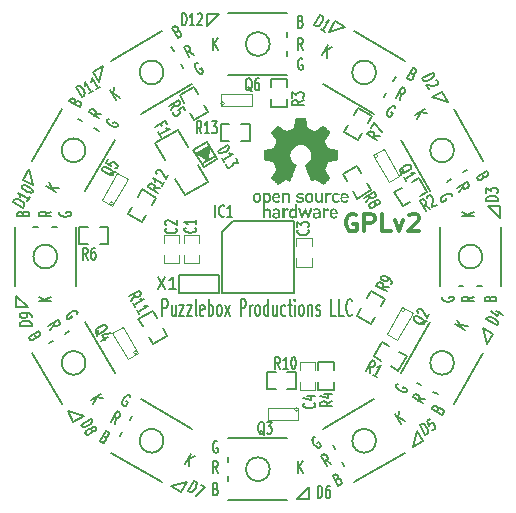
<source format=gto>
G04 (created by PCBNEW (2013-05-16 BZR 4016)-stable) date 7/1/2013 01:26:53*
%MOIN*%
G04 Gerber Fmt 3.4, Leading zero omitted, Abs format*
%FSLAX34Y34*%
G01*
G70*
G90*
G04 APERTURE LIST*
%ADD10C,0.00590551*%
%ADD11C,0.00787402*%
%ADD12C,0.011811*%
%ADD13C,0.005*%
%ADD14C,0.006*%
%ADD15C,0.0031*%
%ADD16C,0.0047*%
%ADD17C,0.0001*%
G04 APERTURE END LIST*
G54D10*
G54D11*
X-3187Y-1973D02*
X-3187Y-1421D01*
X-3067Y-1421D01*
X-3037Y-1448D01*
X-3022Y-1474D01*
X-3007Y-1526D01*
X-3007Y-1605D01*
X-3022Y-1658D01*
X-3037Y-1684D01*
X-3067Y-1710D01*
X-3187Y-1710D01*
X-2737Y-1605D02*
X-2737Y-1973D01*
X-2872Y-1605D02*
X-2872Y-1894D01*
X-2857Y-1946D01*
X-2827Y-1973D01*
X-2782Y-1973D01*
X-2752Y-1946D01*
X-2737Y-1920D01*
X-2617Y-1605D02*
X-2452Y-1605D01*
X-2617Y-1973D01*
X-2452Y-1973D01*
X-2362Y-1605D02*
X-2197Y-1605D01*
X-2362Y-1973D01*
X-2197Y-1973D01*
X-2032Y-1973D02*
X-2062Y-1946D01*
X-2077Y-1894D01*
X-2077Y-1421D01*
X-1792Y-1946D02*
X-1822Y-1973D01*
X-1882Y-1973D01*
X-1912Y-1946D01*
X-1927Y-1894D01*
X-1927Y-1684D01*
X-1912Y-1631D01*
X-1882Y-1605D01*
X-1822Y-1605D01*
X-1792Y-1631D01*
X-1777Y-1684D01*
X-1777Y-1736D01*
X-1927Y-1789D01*
X-1642Y-1973D02*
X-1642Y-1421D01*
X-1642Y-1631D02*
X-1612Y-1605D01*
X-1552Y-1605D01*
X-1522Y-1631D01*
X-1507Y-1658D01*
X-1492Y-1710D01*
X-1492Y-1868D01*
X-1507Y-1920D01*
X-1522Y-1946D01*
X-1552Y-1973D01*
X-1612Y-1973D01*
X-1642Y-1946D01*
X-1312Y-1973D02*
X-1342Y-1946D01*
X-1357Y-1920D01*
X-1372Y-1868D01*
X-1372Y-1710D01*
X-1357Y-1658D01*
X-1342Y-1631D01*
X-1312Y-1605D01*
X-1267Y-1605D01*
X-1237Y-1631D01*
X-1222Y-1658D01*
X-1207Y-1710D01*
X-1207Y-1868D01*
X-1222Y-1920D01*
X-1237Y-1946D01*
X-1267Y-1973D01*
X-1312Y-1973D01*
X-1102Y-1973D02*
X-937Y-1605D01*
X-1102Y-1605D02*
X-937Y-1973D01*
X-577Y-1973D02*
X-577Y-1421D01*
X-457Y-1421D01*
X-427Y-1448D01*
X-412Y-1474D01*
X-397Y-1526D01*
X-397Y-1605D01*
X-412Y-1658D01*
X-427Y-1684D01*
X-457Y-1710D01*
X-577Y-1710D01*
X-262Y-1973D02*
X-262Y-1605D01*
X-262Y-1710D02*
X-247Y-1658D01*
X-232Y-1631D01*
X-202Y-1605D01*
X-172Y-1605D01*
X-22Y-1973D02*
X-52Y-1946D01*
X-67Y-1920D01*
X-82Y-1868D01*
X-82Y-1710D01*
X-67Y-1658D01*
X-52Y-1631D01*
X-22Y-1605D01*
X22Y-1605D01*
X52Y-1631D01*
X67Y-1658D01*
X82Y-1710D01*
X82Y-1868D01*
X67Y-1920D01*
X52Y-1946D01*
X22Y-1973D01*
X-22Y-1973D01*
X352Y-1973D02*
X352Y-1421D01*
X352Y-1946D02*
X322Y-1973D01*
X262Y-1973D01*
X232Y-1946D01*
X217Y-1920D01*
X202Y-1868D01*
X202Y-1710D01*
X217Y-1658D01*
X232Y-1631D01*
X262Y-1605D01*
X322Y-1605D01*
X352Y-1631D01*
X637Y-1605D02*
X637Y-1973D01*
X502Y-1605D02*
X502Y-1894D01*
X517Y-1946D01*
X547Y-1973D01*
X592Y-1973D01*
X622Y-1946D01*
X637Y-1920D01*
X922Y-1946D02*
X892Y-1973D01*
X832Y-1973D01*
X802Y-1946D01*
X787Y-1920D01*
X772Y-1868D01*
X772Y-1710D01*
X787Y-1658D01*
X802Y-1631D01*
X832Y-1605D01*
X892Y-1605D01*
X922Y-1631D01*
X1012Y-1605D02*
X1132Y-1605D01*
X1057Y-1421D02*
X1057Y-1894D01*
X1072Y-1946D01*
X1102Y-1973D01*
X1132Y-1973D01*
X1237Y-1973D02*
X1237Y-1605D01*
X1237Y-1421D02*
X1222Y-1448D01*
X1237Y-1474D01*
X1252Y-1448D01*
X1237Y-1421D01*
X1237Y-1474D01*
X1432Y-1973D02*
X1402Y-1946D01*
X1387Y-1920D01*
X1372Y-1868D01*
X1372Y-1710D01*
X1387Y-1658D01*
X1402Y-1631D01*
X1432Y-1605D01*
X1477Y-1605D01*
X1507Y-1631D01*
X1522Y-1658D01*
X1537Y-1710D01*
X1537Y-1868D01*
X1522Y-1920D01*
X1507Y-1946D01*
X1477Y-1973D01*
X1432Y-1973D01*
X1672Y-1605D02*
X1672Y-1973D01*
X1672Y-1658D02*
X1687Y-1631D01*
X1717Y-1605D01*
X1762Y-1605D01*
X1792Y-1631D01*
X1807Y-1684D01*
X1807Y-1973D01*
X1942Y-1946D02*
X1972Y-1973D01*
X2032Y-1973D01*
X2062Y-1946D01*
X2077Y-1894D01*
X2077Y-1868D01*
X2062Y-1815D01*
X2032Y-1789D01*
X1987Y-1789D01*
X1957Y-1763D01*
X1942Y-1710D01*
X1942Y-1684D01*
X1957Y-1631D01*
X1987Y-1605D01*
X2032Y-1605D01*
X2062Y-1631D01*
X2602Y-1973D02*
X2452Y-1973D01*
X2452Y-1421D01*
X2857Y-1973D02*
X2707Y-1973D01*
X2707Y-1421D01*
X3142Y-1920D02*
X3127Y-1946D01*
X3082Y-1973D01*
X3052Y-1973D01*
X3007Y-1946D01*
X2977Y-1894D01*
X2962Y-1841D01*
X2947Y-1736D01*
X2947Y-1658D01*
X2962Y-1553D01*
X2977Y-1500D01*
X3007Y-1448D01*
X3052Y-1421D01*
X3082Y-1421D01*
X3127Y-1448D01*
X3142Y-1474D01*
G54D12*
X3274Y1403D02*
X3217Y1431D01*
X3133Y1431D01*
X3049Y1403D01*
X2992Y1347D01*
X2964Y1290D01*
X2936Y1178D01*
X2936Y1094D01*
X2964Y981D01*
X2992Y925D01*
X3049Y869D01*
X3133Y840D01*
X3189Y840D01*
X3274Y869D01*
X3302Y897D01*
X3302Y1094D01*
X3189Y1094D01*
X3555Y840D02*
X3555Y1431D01*
X3780Y1431D01*
X3836Y1403D01*
X3864Y1375D01*
X3892Y1319D01*
X3892Y1234D01*
X3864Y1178D01*
X3836Y1150D01*
X3780Y1122D01*
X3555Y1122D01*
X4427Y840D02*
X4145Y840D01*
X4145Y1431D01*
X4567Y1234D02*
X4708Y840D01*
X4848Y1234D01*
X5045Y1375D02*
X5073Y1403D01*
X5130Y1431D01*
X5270Y1431D01*
X5327Y1403D01*
X5355Y1375D01*
X5383Y1319D01*
X5383Y1262D01*
X5355Y1178D01*
X5017Y840D01*
X5383Y840D01*
G54D13*
X3008Y4386D02*
X2869Y4146D01*
X2869Y4146D02*
X3345Y3871D01*
X3345Y3871D02*
X3484Y4111D01*
X3344Y4968D02*
X3205Y4728D01*
X3344Y4968D02*
X3820Y4693D01*
X3820Y4693D02*
X3681Y4453D01*
G54D10*
X-1647Y3215D02*
X-2049Y3438D01*
X-1460Y3323D02*
X-1835Y3107D01*
X-2032Y3448D02*
X-1700Y3503D01*
X-1691Y3645D02*
X-1670Y3293D01*
X-1670Y3293D02*
X-1963Y3487D01*
X-1963Y3487D02*
X-1720Y3537D01*
X-1720Y3537D02*
X-1763Y3376D01*
X-1763Y3376D02*
X-1842Y3512D01*
X-1842Y3512D02*
X-1768Y3464D01*
X-1705Y3591D02*
X-1944Y3453D01*
X-1944Y3453D02*
X-1748Y3430D01*
X-1748Y3430D02*
X-1705Y3591D01*
X-1637Y3630D02*
X-1650Y3259D01*
X-1650Y3259D02*
X-2012Y3414D01*
X-1657Y3664D02*
X-2066Y3428D01*
X-2066Y3428D02*
X-1709Y3361D01*
X-1709Y3361D02*
X-1623Y3684D01*
X-2145Y3565D02*
X-1810Y2985D01*
X-1810Y2985D02*
X-1367Y3241D01*
X-1367Y3241D02*
X-1701Y3820D01*
X-1701Y3820D02*
X-2145Y3565D01*
G54D13*
X-2434Y2038D02*
X-1655Y2488D01*
X-1655Y2488D02*
X-1980Y3051D01*
X-3109Y3208D02*
X-3434Y3771D01*
X-3434Y3771D02*
X-2655Y4221D01*
X-2655Y4221D02*
X-2330Y3658D01*
X-2759Y2601D02*
X-2434Y2038D01*
G54D14*
X-825Y1200D02*
X825Y1200D01*
X825Y1200D02*
X1200Y1200D01*
X1200Y1200D02*
X1200Y-1200D01*
X1200Y-1200D02*
X-1200Y-1200D01*
X-1200Y-1200D02*
X-1200Y825D01*
X-1200Y825D02*
X-825Y1200D01*
G54D10*
X-1692Y8070D02*
X-1692Y7677D01*
X-1692Y7677D02*
X-1299Y8070D01*
X-1299Y8070D02*
X-1692Y8070D01*
X984Y6850D02*
X984Y6692D01*
X984Y7480D02*
X984Y7322D01*
X-984Y6062D02*
X984Y6062D01*
X-984Y8110D02*
X984Y8110D01*
X395Y7086D02*
G75*
G03X395Y7086I-395J0D01*
G74*
G01*
X-5501Y6147D02*
X-5304Y5806D01*
X-5304Y5806D02*
X-5160Y6344D01*
X-5160Y6344D02*
X-5501Y6147D01*
X-2572Y6429D02*
X-2494Y6292D01*
X-2887Y6974D02*
X-2809Y6838D01*
X-3883Y4763D02*
X-2179Y5747D01*
X-4907Y6536D02*
X-3202Y7520D01*
X-3147Y6141D02*
G75*
G03X-3147Y6141I-395J0D01*
G74*
G01*
X-7840Y2569D02*
X-7499Y2372D01*
X-7499Y2372D02*
X-7643Y2910D01*
X-7643Y2910D02*
X-7840Y2569D01*
X-5445Y4277D02*
X-5308Y4198D01*
X-5990Y4592D02*
X-5854Y4513D01*
X-5747Y2179D02*
X-4763Y3883D01*
X-7520Y3202D02*
X-6536Y4907D01*
X-5746Y3543D02*
G75*
G03X-5746Y3543I-395J0D01*
G74*
G01*
X-8070Y-1692D02*
X-7677Y-1692D01*
X-7677Y-1692D02*
X-8070Y-1299D01*
X-8070Y-1299D02*
X-8070Y-1692D01*
X-6850Y984D02*
X-6692Y984D01*
X-7480Y984D02*
X-7322Y984D01*
X-6062Y-984D02*
X-6062Y984D01*
X-8110Y-984D02*
X-8110Y984D01*
X-6690Y0D02*
G75*
G03X-6690Y0I-395J0D01*
G74*
G01*
X-6147Y-5501D02*
X-5806Y-5304D01*
X-5806Y-5304D02*
X-6344Y-5160D01*
X-6344Y-5160D02*
X-6147Y-5501D01*
X-6429Y-2572D02*
X-6292Y-2494D01*
X-6974Y-2887D02*
X-6838Y-2809D01*
X-4763Y-3883D02*
X-5747Y-2179D01*
X-6536Y-4907D02*
X-7520Y-3202D01*
X-5746Y-3543D02*
G75*
G03X-5746Y-3543I-395J0D01*
G74*
G01*
X-2569Y-7840D02*
X-2372Y-7499D01*
X-2372Y-7499D02*
X-2910Y-7643D01*
X-2910Y-7643D02*
X-2569Y-7840D01*
X-4277Y-5445D02*
X-4198Y-5308D01*
X-4592Y-5990D02*
X-4513Y-5854D01*
X-2179Y-5747D02*
X-3883Y-4763D01*
X-3202Y-7520D02*
X-4907Y-6536D01*
X-3147Y-6141D02*
G75*
G03X-3147Y-6141I-395J0D01*
G74*
G01*
X1692Y-8070D02*
X1692Y-7677D01*
X1692Y-7677D02*
X1299Y-8070D01*
X1299Y-8070D02*
X1692Y-8070D01*
X-984Y-6850D02*
X-984Y-6692D01*
X-984Y-7480D02*
X-984Y-7322D01*
X984Y-6062D02*
X-984Y-6062D01*
X984Y-8110D02*
X-984Y-8110D01*
X395Y-7086D02*
G75*
G03X395Y-7086I-395J0D01*
G74*
G01*
X5501Y-6147D02*
X5304Y-5806D01*
X5304Y-5806D02*
X5160Y-6344D01*
X5160Y-6344D02*
X5501Y-6147D01*
X2572Y-6429D02*
X2494Y-6292D01*
X2887Y-6974D02*
X2809Y-6838D01*
X3883Y-4763D02*
X2179Y-5747D01*
X4907Y-6536D02*
X3202Y-7520D01*
X3938Y-6141D02*
G75*
G03X3938Y-6141I-395J0D01*
G74*
G01*
X7840Y-2569D02*
X7499Y-2372D01*
X7499Y-2372D02*
X7643Y-2910D01*
X7643Y-2910D02*
X7840Y-2569D01*
X5445Y-4277D02*
X5308Y-4198D01*
X5990Y-4592D02*
X5854Y-4513D01*
X5747Y-2179D02*
X4763Y-3883D01*
X7520Y-3202D02*
X6536Y-4907D01*
X6537Y-3543D02*
G75*
G03X6537Y-3543I-395J0D01*
G74*
G01*
X8070Y1692D02*
X7677Y1692D01*
X7677Y1692D02*
X8070Y1299D01*
X8070Y1299D02*
X8070Y1692D01*
X6850Y-984D02*
X6692Y-984D01*
X7480Y-984D02*
X7322Y-984D01*
X6062Y984D02*
X6062Y-984D01*
X8110Y984D02*
X8110Y-984D01*
X7482Y0D02*
G75*
G03X7482Y0I-395J0D01*
G74*
G01*
X6147Y5501D02*
X5806Y5304D01*
X5806Y5304D02*
X6344Y5160D01*
X6344Y5160D02*
X6147Y5501D01*
X6429Y2572D02*
X6292Y2494D01*
X6974Y2887D02*
X6838Y2809D01*
X4763Y3883D02*
X5747Y2179D01*
X6536Y4907D02*
X7520Y3202D01*
X6537Y3543D02*
G75*
G03X6537Y3543I-395J0D01*
G74*
G01*
X2569Y7840D02*
X2372Y7499D01*
X2372Y7499D02*
X2910Y7643D01*
X2910Y7643D02*
X2569Y7840D01*
X4277Y5445D02*
X4198Y5308D01*
X4592Y5990D02*
X4513Y5854D01*
X2179Y5747D02*
X3883Y4763D01*
X3202Y7520D02*
X4907Y6536D01*
X3938Y6141D02*
G75*
G03X3938Y6141I-395J0D01*
G74*
G01*
G54D15*
X4002Y3363D02*
G75*
G03X4002Y3363I-62J0D01*
G74*
G01*
X4714Y2698D02*
X4368Y2498D01*
X4202Y3586D02*
X3855Y3386D01*
X4368Y2498D02*
X3855Y3386D01*
X4202Y3586D02*
X4714Y2698D01*
X4899Y-1774D02*
G75*
G03X4899Y-1774I-62J0D01*
G74*
G01*
X4647Y-2777D02*
X4301Y-2577D01*
X5160Y-1889D02*
X4813Y-1689D01*
X4301Y-2577D02*
X4813Y-1689D01*
X5160Y-1889D02*
X4647Y-2777D01*
X1352Y-5098D02*
G75*
G03X1352Y-5098I-62J0D01*
G74*
G01*
X326Y-5436D02*
X326Y-5036D01*
X1351Y-5436D02*
X1351Y-5036D01*
X326Y-5036D02*
X1351Y-5036D01*
X1351Y-5436D02*
X326Y-5436D01*
X-4015Y-3205D02*
G75*
G03X-4015Y-3205I-62J0D01*
G74*
G01*
X-4852Y-2541D02*
X-4505Y-2341D01*
X-4339Y-3428D02*
X-3993Y-3228D01*
X-4505Y-2341D02*
X-3993Y-3228D01*
X-4339Y-3428D02*
X-4852Y-2541D01*
X-4813Y1774D02*
G75*
G03X-4813Y1774I-62J0D01*
G74*
G01*
X-4686Y2777D02*
X-4340Y2577D01*
X-5199Y1889D02*
X-4853Y1689D01*
X-4340Y2577D02*
X-4853Y1689D01*
X-5199Y1889D02*
X-4686Y2777D01*
X-1109Y5098D02*
G75*
G03X-1109Y5098I-62J0D01*
G74*
G01*
X-208Y5436D02*
X-208Y5036D01*
X-1233Y5436D02*
X-1233Y5036D01*
X-208Y5036D02*
X-1233Y5036D01*
X-1233Y5436D02*
X-208Y5436D01*
G54D13*
X2555Y-3778D02*
X2555Y-3500D01*
X2555Y-3500D02*
X2005Y-3500D01*
X2005Y-3500D02*
X2005Y-3778D01*
X2555Y-4450D02*
X2555Y-4172D01*
X2555Y-4450D02*
X2005Y-4450D01*
X2005Y-4450D02*
X2005Y-4172D01*
X-5275Y433D02*
X-4997Y433D01*
X-4997Y433D02*
X-4997Y983D01*
X-4997Y983D02*
X-5275Y983D01*
X-5947Y433D02*
X-5669Y433D01*
X-5947Y433D02*
X-5947Y983D01*
X-5947Y983D02*
X-5669Y983D01*
X-2265Y4790D02*
X-2126Y4549D01*
X-2126Y4549D02*
X-1650Y4824D01*
X-1650Y4824D02*
X-1789Y5065D01*
X-2601Y5372D02*
X-2462Y5131D01*
X-2601Y5372D02*
X-2125Y5647D01*
X-2125Y5647D02*
X-1986Y5406D01*
X4790Y2285D02*
X4549Y2146D01*
X4549Y2146D02*
X4824Y1670D01*
X4824Y1670D02*
X5065Y1809D01*
X5372Y2621D02*
X5131Y2482D01*
X5372Y2621D02*
X5647Y2145D01*
X5647Y2145D02*
X5406Y2006D01*
X4376Y-2990D02*
X4135Y-2851D01*
X4135Y-2851D02*
X3860Y-3327D01*
X3860Y-3327D02*
X4101Y-3466D01*
X4958Y-3326D02*
X4717Y-3187D01*
X4958Y-3326D02*
X4683Y-3802D01*
X4683Y-3802D02*
X4442Y-3663D01*
X-551Y3858D02*
X-273Y3858D01*
X-273Y3858D02*
X-273Y4408D01*
X-273Y4408D02*
X-551Y4408D01*
X-1223Y3858D02*
X-945Y3858D01*
X-1223Y3858D02*
X-1223Y4408D01*
X-1223Y4408D02*
X-945Y4408D01*
X-3521Y1726D02*
X-3382Y1966D01*
X-3382Y1966D02*
X-3858Y2241D01*
X-3858Y2241D02*
X-3997Y2001D01*
X-3857Y1144D02*
X-3718Y1384D01*
X-3857Y1144D02*
X-4333Y1419D01*
X-4333Y1419D02*
X-4194Y1659D01*
X-3364Y-2054D02*
X-3503Y-1813D01*
X-3503Y-1813D02*
X-3979Y-2088D01*
X-3979Y-2088D02*
X-3840Y-2329D01*
X-3028Y-2636D02*
X-3167Y-2395D01*
X-3028Y-2636D02*
X-3504Y-2911D01*
X-3504Y-2911D02*
X-3643Y-2670D01*
X590Y-3858D02*
X312Y-3858D01*
X312Y-3858D02*
X312Y-4408D01*
X312Y-4408D02*
X590Y-4408D01*
X1262Y-3858D02*
X984Y-3858D01*
X1262Y-3858D02*
X1262Y-4408D01*
X1262Y-4408D02*
X984Y-4408D01*
X3442Y-1726D02*
X3303Y-1966D01*
X3303Y-1966D02*
X3780Y-2241D01*
X3780Y-2241D02*
X3919Y-2001D01*
X3778Y-1144D02*
X3639Y-1384D01*
X3778Y-1144D02*
X4255Y-1419D01*
X4255Y-1419D02*
X4116Y-1659D01*
X3167Y2172D02*
X3306Y1931D01*
X3306Y1931D02*
X3782Y2206D01*
X3782Y2206D02*
X3643Y2447D01*
X2831Y2754D02*
X2970Y2513D01*
X2831Y2754D02*
X3307Y3029D01*
X3307Y3029D02*
X3446Y2788D01*
X433Y5255D02*
X433Y4977D01*
X433Y4977D02*
X983Y4977D01*
X983Y4977D02*
X983Y5255D01*
X433Y5927D02*
X433Y5649D01*
X433Y5927D02*
X983Y5927D01*
X983Y5927D02*
X983Y5649D01*
G54D16*
X1796Y337D02*
X1796Y612D01*
X1796Y-57D02*
X1796Y-332D01*
X1284Y337D02*
X1284Y612D01*
X1284Y-332D02*
X1284Y-57D01*
X1290Y612D02*
X1790Y612D01*
X1790Y-332D02*
X1290Y-332D01*
X-3137Y47D02*
X-3137Y-227D01*
X-3137Y441D02*
X-3137Y716D01*
X-2625Y47D02*
X-2625Y-227D01*
X-2625Y716D02*
X-2625Y441D01*
X-2631Y-227D02*
X-3131Y-227D01*
X-3131Y716D02*
X-2631Y716D01*
X-2468Y47D02*
X-2468Y-227D01*
X-2468Y441D02*
X-2468Y716D01*
X-1956Y47D02*
X-1956Y-227D01*
X-1956Y716D02*
X-1956Y441D01*
X-1962Y-227D02*
X-2462Y-227D01*
X-2462Y716D02*
X-1962Y716D01*
X1399Y-4172D02*
X1399Y-4447D01*
X1399Y-3778D02*
X1399Y-3503D01*
X1911Y-4172D02*
X1911Y-4447D01*
X1911Y-3503D02*
X1911Y-3778D01*
X1905Y-4447D02*
X1405Y-4447D01*
X1405Y-3503D02*
X1905Y-3503D01*
G54D10*
X-2629Y-610D02*
X-2629Y-1201D01*
X-2629Y-1201D02*
X-1290Y-1201D01*
X-1290Y-1201D02*
X-1290Y-610D01*
X-1290Y-610D02*
X-2629Y-610D01*
G54D17*
G36*
X751Y1272D02*
X715Y1272D01*
X680Y1272D01*
X680Y1285D01*
X680Y1299D01*
X680Y1389D01*
X680Y1412D01*
X630Y1412D01*
X607Y1411D01*
X589Y1410D01*
X576Y1409D01*
X566Y1406D01*
X558Y1401D01*
X552Y1396D01*
X552Y1395D01*
X546Y1384D01*
X545Y1373D01*
X548Y1359D01*
X556Y1347D01*
X571Y1338D01*
X575Y1336D01*
X586Y1334D01*
X601Y1333D01*
X618Y1333D01*
X635Y1334D01*
X649Y1336D01*
X658Y1339D01*
X669Y1347D01*
X676Y1362D01*
X680Y1381D01*
X680Y1389D01*
X680Y1299D01*
X667Y1288D01*
X656Y1280D01*
X643Y1274D01*
X639Y1272D01*
X618Y1269D01*
X594Y1269D01*
X570Y1271D01*
X550Y1276D01*
X529Y1286D01*
X510Y1300D01*
X495Y1318D01*
X485Y1338D01*
X485Y1340D01*
X480Y1366D01*
X482Y1390D01*
X490Y1413D01*
X503Y1433D01*
X522Y1449D01*
X537Y1458D01*
X543Y1461D01*
X550Y1463D01*
X557Y1465D01*
X566Y1466D01*
X578Y1467D01*
X595Y1467D01*
X617Y1468D01*
X617Y1468D01*
X680Y1469D01*
X680Y1492D01*
X679Y1505D01*
X678Y1516D01*
X676Y1523D01*
X669Y1532D01*
X655Y1539D01*
X637Y1543D01*
X629Y1544D01*
X605Y1545D01*
X587Y1543D01*
X573Y1538D01*
X562Y1531D01*
X556Y1527D01*
X552Y1524D01*
X548Y1524D01*
X542Y1527D01*
X533Y1532D01*
X521Y1542D01*
X519Y1543D01*
X508Y1551D01*
X502Y1556D01*
X500Y1560D01*
X500Y1564D01*
X502Y1567D01*
X510Y1576D01*
X523Y1585D01*
X538Y1594D01*
X553Y1601D01*
X561Y1603D01*
X573Y1606D01*
X586Y1608D01*
X602Y1608D01*
X620Y1608D01*
X651Y1605D01*
X677Y1600D01*
X698Y1592D01*
X715Y1580D01*
X729Y1565D01*
X730Y1563D01*
X735Y1557D01*
X738Y1551D01*
X741Y1544D01*
X743Y1537D01*
X745Y1528D01*
X746Y1516D01*
X747Y1501D01*
X748Y1482D01*
X748Y1458D01*
X749Y1429D01*
X749Y1399D01*
X751Y1272D01*
X751Y1272D01*
X751Y1272D01*
G37*
G36*
X1313Y1272D02*
X1280Y1272D01*
X1247Y1272D01*
X1247Y1288D01*
X1247Y1305D01*
X1245Y1303D01*
X1245Y1430D01*
X1244Y1452D01*
X1243Y1474D01*
X1240Y1493D01*
X1236Y1507D01*
X1234Y1511D01*
X1223Y1525D01*
X1209Y1535D01*
X1192Y1540D01*
X1175Y1541D01*
X1158Y1537D01*
X1142Y1530D01*
X1130Y1517D01*
X1126Y1511D01*
X1121Y1498D01*
X1118Y1480D01*
X1116Y1459D01*
X1116Y1436D01*
X1116Y1414D01*
X1118Y1393D01*
X1122Y1376D01*
X1126Y1366D01*
X1132Y1356D01*
X1140Y1348D01*
X1141Y1347D01*
X1155Y1340D01*
X1172Y1337D01*
X1190Y1337D01*
X1207Y1341D01*
X1215Y1345D01*
X1226Y1354D01*
X1235Y1369D01*
X1241Y1390D01*
X1243Y1408D01*
X1245Y1430D01*
X1245Y1303D01*
X1228Y1291D01*
X1203Y1278D01*
X1178Y1270D01*
X1152Y1269D01*
X1126Y1273D01*
X1123Y1274D01*
X1100Y1286D01*
X1080Y1302D01*
X1068Y1316D01*
X1062Y1326D01*
X1058Y1335D01*
X1054Y1344D01*
X1052Y1355D01*
X1050Y1368D01*
X1049Y1385D01*
X1049Y1406D01*
X1048Y1432D01*
X1048Y1442D01*
X1049Y1467D01*
X1049Y1486D01*
X1049Y1501D01*
X1050Y1512D01*
X1051Y1521D01*
X1052Y1528D01*
X1054Y1534D01*
X1056Y1540D01*
X1069Y1563D01*
X1086Y1581D01*
X1108Y1596D01*
X1132Y1605D01*
X1152Y1608D01*
X1177Y1607D01*
X1200Y1601D01*
X1221Y1589D01*
X1227Y1585D01*
X1245Y1571D01*
X1246Y1655D01*
X1247Y1738D01*
X1280Y1738D01*
X1313Y1738D01*
X1313Y1505D01*
X1313Y1272D01*
X1313Y1272D01*
X1313Y1272D01*
G37*
G36*
X2094Y1272D02*
X2060Y1272D01*
X2027Y1272D01*
X2027Y1412D01*
X1975Y1412D01*
X1951Y1411D01*
X1933Y1410D01*
X1919Y1409D01*
X1909Y1406D01*
X1902Y1402D01*
X1896Y1396D01*
X1895Y1395D01*
X1891Y1384D01*
X1890Y1371D01*
X1892Y1359D01*
X1895Y1352D01*
X1904Y1344D01*
X1915Y1337D01*
X1930Y1334D01*
X1951Y1333D01*
X1966Y1333D01*
X1983Y1334D01*
X1995Y1336D01*
X2002Y1338D01*
X2006Y1341D01*
X2014Y1348D01*
X2019Y1357D01*
X2023Y1369D01*
X2025Y1387D01*
X2025Y1387D01*
X2027Y1412D01*
X2027Y1272D01*
X2027Y1272D01*
X2027Y1285D01*
X2026Y1294D01*
X2023Y1298D01*
X2019Y1296D01*
X2017Y1292D01*
X2012Y1288D01*
X2004Y1282D01*
X1998Y1278D01*
X1988Y1274D01*
X1978Y1272D01*
X1965Y1270D01*
X1950Y1269D01*
X1931Y1269D01*
X1914Y1271D01*
X1903Y1273D01*
X1877Y1283D01*
X1856Y1298D01*
X1840Y1316D01*
X1830Y1338D01*
X1826Y1363D01*
X1826Y1370D01*
X1829Y1396D01*
X1837Y1419D01*
X1852Y1438D01*
X1872Y1453D01*
X1883Y1459D01*
X1889Y1462D01*
X1896Y1464D01*
X1905Y1465D01*
X1916Y1466D01*
X1931Y1467D01*
X1952Y1468D01*
X1962Y1468D01*
X2025Y1470D01*
X2024Y1494D01*
X2024Y1507D01*
X2022Y1518D01*
X2020Y1525D01*
X2012Y1533D01*
X1999Y1539D01*
X1981Y1543D01*
X1966Y1544D01*
X1945Y1544D01*
X1928Y1542D01*
X1915Y1537D01*
X1903Y1529D01*
X1893Y1521D01*
X1868Y1540D01*
X1857Y1548D01*
X1849Y1555D01*
X1844Y1560D01*
X1843Y1561D01*
X1846Y1566D01*
X1853Y1573D01*
X1863Y1581D01*
X1874Y1589D01*
X1886Y1596D01*
X1888Y1597D01*
X1896Y1601D01*
X1904Y1603D01*
X1911Y1605D01*
X1920Y1606D01*
X1933Y1606D01*
X1950Y1606D01*
X1958Y1606D01*
X1979Y1606D01*
X1993Y1606D01*
X2005Y1605D01*
X2014Y1603D01*
X2022Y1601D01*
X2028Y1598D01*
X2050Y1587D01*
X2069Y1570D01*
X2082Y1551D01*
X2084Y1547D01*
X2086Y1543D01*
X2087Y1538D01*
X2089Y1533D01*
X2090Y1527D01*
X2091Y1519D01*
X2091Y1508D01*
X2092Y1493D01*
X2092Y1475D01*
X2092Y1451D01*
X2093Y1422D01*
X2093Y1401D01*
X2094Y1272D01*
X2094Y1272D01*
X2094Y1272D01*
G37*
G36*
X2667Y1412D02*
X2597Y1412D01*
X2597Y1468D01*
X2597Y1479D01*
X2595Y1490D01*
X2590Y1503D01*
X2584Y1516D01*
X2577Y1527D01*
X2575Y1529D01*
X2561Y1538D01*
X2543Y1543D01*
X2527Y1545D01*
X2508Y1542D01*
X2490Y1533D01*
X2476Y1519D01*
X2466Y1502D01*
X2461Y1484D01*
X2459Y1468D01*
X2528Y1468D01*
X2597Y1468D01*
X2597Y1412D01*
X2563Y1412D01*
X2460Y1412D01*
X2460Y1401D01*
X2462Y1392D01*
X2465Y1380D01*
X2468Y1372D01*
X2479Y1356D01*
X2495Y1343D01*
X2513Y1335D01*
X2534Y1332D01*
X2556Y1334D01*
X2577Y1342D01*
X2592Y1350D01*
X2602Y1356D01*
X2609Y1360D01*
X2612Y1361D01*
X2616Y1359D01*
X2623Y1354D01*
X2632Y1346D01*
X2637Y1342D01*
X2658Y1322D01*
X2645Y1308D01*
X2626Y1293D01*
X2602Y1281D01*
X2576Y1273D01*
X2548Y1269D01*
X2520Y1269D01*
X2496Y1273D01*
X2468Y1284D01*
X2444Y1299D01*
X2425Y1318D01*
X2410Y1342D01*
X2400Y1371D01*
X2394Y1404D01*
X2392Y1437D01*
X2393Y1466D01*
X2397Y1492D01*
X2403Y1515D01*
X2412Y1537D01*
X2412Y1538D01*
X2427Y1561D01*
X2446Y1580D01*
X2468Y1594D01*
X2492Y1603D01*
X2518Y1608D01*
X2545Y1608D01*
X2571Y1602D01*
X2596Y1591D01*
X2619Y1575D01*
X2625Y1569D01*
X2641Y1550D01*
X2653Y1528D01*
X2661Y1502D01*
X2666Y1471D01*
X2667Y1442D01*
X2667Y1412D01*
X2667Y1412D01*
X2667Y1412D01*
G37*
G36*
X433Y1272D02*
X400Y1272D01*
X367Y1272D01*
X366Y1382D01*
X366Y1413D01*
X365Y1437D01*
X365Y1456D01*
X365Y1471D01*
X364Y1482D01*
X363Y1490D01*
X362Y1496D01*
X361Y1501D01*
X359Y1505D01*
X358Y1507D01*
X345Y1524D01*
X329Y1535D01*
X310Y1541D01*
X293Y1540D01*
X272Y1535D01*
X256Y1525D01*
X246Y1512D01*
X244Y1509D01*
X242Y1505D01*
X241Y1501D01*
X240Y1494D01*
X239Y1486D01*
X238Y1474D01*
X238Y1459D01*
X237Y1439D01*
X237Y1414D01*
X237Y1387D01*
X235Y1273D01*
X201Y1272D01*
X167Y1271D01*
X167Y1702D01*
X167Y2132D01*
X201Y2131D01*
X235Y2130D01*
X237Y2114D01*
X238Y2098D01*
X246Y2106D01*
X253Y2112D01*
X264Y2118D01*
X274Y2124D01*
X287Y2129D01*
X299Y2132D01*
X313Y2133D01*
X322Y2133D01*
X336Y2133D01*
X347Y2131D01*
X358Y2128D01*
X370Y2123D01*
X371Y2122D01*
X393Y2108D01*
X410Y2090D01*
X423Y2068D01*
X424Y2065D01*
X426Y2059D01*
X428Y2053D01*
X429Y2046D01*
X430Y2037D01*
X431Y2026D01*
X431Y2010D01*
X431Y1990D01*
X432Y1965D01*
X431Y1935D01*
X431Y1911D01*
X430Y1892D01*
X428Y1877D01*
X425Y1865D01*
X421Y1855D01*
X416Y1846D01*
X409Y1837D01*
X400Y1828D01*
X399Y1827D01*
X380Y1811D01*
X365Y1803D01*
X365Y1962D01*
X364Y1992D01*
X361Y2016D01*
X356Y2034D01*
X348Y2048D01*
X337Y2058D01*
X323Y2063D01*
X305Y2065D01*
X300Y2065D01*
X281Y2063D01*
X266Y2057D01*
X253Y2046D01*
X252Y2044D01*
X245Y2033D01*
X241Y2019D01*
X238Y2002D01*
X237Y1979D01*
X237Y1954D01*
X238Y1935D01*
X239Y1922D01*
X240Y1912D01*
X242Y1904D01*
X245Y1896D01*
X247Y1893D01*
X257Y1878D01*
X272Y1868D01*
X290Y1863D01*
X305Y1862D01*
X321Y1864D01*
X334Y1869D01*
X338Y1872D01*
X347Y1880D01*
X354Y1889D01*
X359Y1902D01*
X363Y1918D01*
X364Y1939D01*
X365Y1962D01*
X365Y1803D01*
X361Y1801D01*
X340Y1796D01*
X324Y1794D01*
X296Y1797D01*
X271Y1807D01*
X254Y1817D01*
X246Y1823D01*
X240Y1827D01*
X238Y1827D01*
X238Y1824D01*
X237Y1814D01*
X237Y1800D01*
X237Y1781D01*
X237Y1758D01*
X237Y1732D01*
X237Y1704D01*
X237Y1700D01*
X238Y1574D01*
X251Y1585D01*
X273Y1598D01*
X297Y1606D01*
X323Y1608D01*
X348Y1605D01*
X372Y1597D01*
X393Y1583D01*
X395Y1581D01*
X412Y1563D01*
X424Y1541D01*
X428Y1528D01*
X429Y1522D01*
X431Y1515D01*
X432Y1506D01*
X432Y1493D01*
X433Y1477D01*
X433Y1457D01*
X433Y1432D01*
X433Y1401D01*
X433Y1391D01*
X433Y1272D01*
X433Y1272D01*
X433Y1272D01*
G37*
G36*
X1046Y1583D02*
X1023Y1555D01*
X1013Y1544D01*
X1005Y1534D01*
X999Y1528D01*
X997Y1527D01*
X993Y1528D01*
X985Y1532D01*
X979Y1535D01*
X960Y1540D01*
X941Y1540D01*
X923Y1534D01*
X908Y1523D01*
X897Y1508D01*
X897Y1507D01*
X895Y1503D01*
X894Y1499D01*
X892Y1493D01*
X891Y1486D01*
X891Y1477D01*
X890Y1464D01*
X890Y1447D01*
X890Y1426D01*
X890Y1399D01*
X890Y1382D01*
X890Y1272D01*
X855Y1272D01*
X820Y1272D01*
X820Y1438D01*
X820Y1605D01*
X855Y1605D01*
X890Y1605D01*
X890Y1588D01*
X890Y1571D01*
X904Y1583D01*
X925Y1597D01*
X949Y1605D01*
X975Y1608D01*
X994Y1606D01*
X1014Y1602D01*
X1031Y1594D01*
X1039Y1589D01*
X1046Y1583D01*
X1046Y1583D01*
X1046Y1583D01*
G37*
G36*
X1820Y1604D02*
X1819Y1601D01*
X1816Y1592D01*
X1812Y1578D01*
X1806Y1559D01*
X1798Y1536D01*
X1790Y1510D01*
X1781Y1481D01*
X1771Y1450D01*
X1767Y1438D01*
X1714Y1273D01*
X1684Y1272D01*
X1654Y1271D01*
X1651Y1282D01*
X1645Y1302D01*
X1639Y1324D01*
X1632Y1347D01*
X1624Y1372D01*
X1617Y1396D01*
X1610Y1420D01*
X1603Y1442D01*
X1597Y1461D01*
X1591Y1478D01*
X1587Y1490D01*
X1585Y1498D01*
X1584Y1500D01*
X1582Y1496D01*
X1579Y1487D01*
X1575Y1473D01*
X1569Y1455D01*
X1563Y1433D01*
X1555Y1408D01*
X1548Y1386D01*
X1515Y1273D01*
X1485Y1272D01*
X1455Y1271D01*
X1402Y1436D01*
X1392Y1467D01*
X1383Y1497D01*
X1374Y1524D01*
X1366Y1549D01*
X1360Y1569D01*
X1355Y1585D01*
X1352Y1596D01*
X1350Y1602D01*
X1350Y1602D01*
X1353Y1604D01*
X1361Y1605D01*
X1372Y1605D01*
X1385Y1605D01*
X1398Y1604D01*
X1410Y1604D01*
X1418Y1602D01*
X1421Y1601D01*
X1422Y1597D01*
X1425Y1587D01*
X1429Y1572D01*
X1434Y1554D01*
X1440Y1531D01*
X1447Y1507D01*
X1452Y1488D01*
X1459Y1462D01*
X1465Y1439D01*
X1471Y1418D01*
X1476Y1400D01*
X1480Y1387D01*
X1482Y1380D01*
X1483Y1377D01*
X1485Y1380D01*
X1488Y1388D01*
X1493Y1401D01*
X1499Y1419D01*
X1506Y1440D01*
X1514Y1464D01*
X1522Y1489D01*
X1559Y1603D01*
X1584Y1604D01*
X1609Y1605D01*
X1646Y1490D01*
X1655Y1464D01*
X1663Y1440D01*
X1670Y1418D01*
X1676Y1400D01*
X1680Y1387D01*
X1683Y1378D01*
X1685Y1375D01*
X1686Y1378D01*
X1688Y1387D01*
X1692Y1401D01*
X1697Y1419D01*
X1703Y1440D01*
X1710Y1465D01*
X1717Y1490D01*
X1748Y1605D01*
X1784Y1605D01*
X1799Y1605D01*
X1810Y1605D01*
X1818Y1604D01*
X1820Y1604D01*
X1820Y1604D01*
X1820Y1604D01*
G37*
G36*
X2387Y1584D02*
X2385Y1578D01*
X2380Y1570D01*
X2370Y1558D01*
X2367Y1554D01*
X2342Y1526D01*
X2327Y1534D01*
X2309Y1540D01*
X2290Y1540D01*
X2272Y1536D01*
X2257Y1526D01*
X2244Y1512D01*
X2237Y1496D01*
X2236Y1489D01*
X2235Y1476D01*
X2234Y1458D01*
X2234Y1436D01*
X2234Y1409D01*
X2233Y1380D01*
X2233Y1377D01*
X2233Y1272D01*
X2200Y1272D01*
X2167Y1272D01*
X2167Y1438D01*
X2167Y1605D01*
X2200Y1605D01*
X2233Y1605D01*
X2233Y1588D01*
X2233Y1571D01*
X2245Y1581D01*
X2261Y1593D01*
X2277Y1601D01*
X2296Y1605D01*
X2320Y1607D01*
X2320Y1607D01*
X2336Y1606D01*
X2348Y1605D01*
X2357Y1603D01*
X2365Y1599D01*
X2365Y1599D01*
X2377Y1593D01*
X2384Y1588D01*
X2387Y1584D01*
X2387Y1584D01*
X2387Y1584D01*
G37*
G36*
X1540Y1904D02*
X1539Y1881D01*
X1532Y1859D01*
X1523Y1842D01*
X1513Y1831D01*
X1499Y1821D01*
X1483Y1811D01*
X1468Y1804D01*
X1467Y1803D01*
X1450Y1799D01*
X1429Y1796D01*
X1406Y1795D01*
X1384Y1795D01*
X1379Y1795D01*
X1344Y1802D01*
X1311Y1816D01*
X1289Y1828D01*
X1275Y1838D01*
X1265Y1845D01*
X1261Y1850D01*
X1262Y1856D01*
X1267Y1863D01*
X1276Y1873D01*
X1280Y1877D01*
X1303Y1900D01*
X1316Y1889D01*
X1340Y1873D01*
X1366Y1863D01*
X1394Y1859D01*
X1414Y1859D01*
X1435Y1861D01*
X1450Y1865D01*
X1460Y1872D01*
X1468Y1883D01*
X1469Y1884D01*
X1473Y1897D01*
X1471Y1909D01*
X1465Y1920D01*
X1458Y1925D01*
X1451Y1927D01*
X1439Y1929D01*
X1424Y1932D01*
X1406Y1934D01*
X1402Y1934D01*
X1382Y1937D01*
X1364Y1939D01*
X1349Y1942D01*
X1339Y1945D01*
X1338Y1945D01*
X1316Y1957D01*
X1299Y1972D01*
X1287Y1992D01*
X1280Y2016D01*
X1279Y2034D01*
X1282Y2060D01*
X1291Y2082D01*
X1305Y2100D01*
X1324Y2115D01*
X1348Y2126D01*
X1377Y2132D01*
X1393Y2134D01*
X1429Y2133D01*
X1463Y2126D01*
X1494Y2114D01*
X1520Y2099D01*
X1534Y2089D01*
X1513Y2065D01*
X1504Y2055D01*
X1496Y2047D01*
X1492Y2043D01*
X1490Y2042D01*
X1487Y2044D01*
X1479Y2048D01*
X1468Y2053D01*
X1467Y2054D01*
X1446Y2062D01*
X1424Y2068D01*
X1403Y2070D01*
X1383Y2069D01*
X1367Y2065D01*
X1360Y2061D01*
X1351Y2050D01*
X1347Y2037D01*
X1348Y2024D01*
X1350Y2018D01*
X1355Y2012D01*
X1364Y2007D01*
X1377Y2003D01*
X1395Y2001D01*
X1419Y1998D01*
X1420Y1998D01*
X1447Y1995D01*
X1469Y1991D01*
X1485Y1986D01*
X1499Y1979D01*
X1511Y1970D01*
X1515Y1966D01*
X1528Y1948D01*
X1536Y1927D01*
X1540Y1904D01*
X1540Y1904D01*
X1540Y1904D01*
G37*
G36*
X109Y1944D02*
X108Y1919D01*
X106Y1899D01*
X101Y1881D01*
X94Y1866D01*
X87Y1852D01*
X73Y1835D01*
X57Y1821D01*
X43Y1812D01*
X43Y1959D01*
X43Y1975D01*
X41Y1999D01*
X37Y2019D01*
X32Y2033D01*
X24Y2045D01*
X16Y2052D01*
X4Y2060D01*
X-7Y2064D01*
X-21Y2065D01*
X-27Y2065D01*
X-48Y2063D01*
X-65Y2055D01*
X-78Y2043D01*
X-88Y2025D01*
X-94Y2002D01*
X-96Y1973D01*
X-96Y1948D01*
X-93Y1923D01*
X-88Y1903D01*
X-80Y1888D01*
X-69Y1876D01*
X-55Y1868D01*
X-39Y1863D01*
X-21Y1863D01*
X-2Y1866D01*
X8Y1870D01*
X21Y1879D01*
X31Y1892D01*
X38Y1909D01*
X42Y1931D01*
X43Y1959D01*
X43Y1812D01*
X38Y1809D01*
X32Y1806D01*
X24Y1802D01*
X15Y1799D01*
X6Y1797D01*
X-8Y1796D01*
X-22Y1796D01*
X-42Y1796D01*
X-57Y1797D01*
X-68Y1799D01*
X-73Y1801D01*
X-98Y1813D01*
X-121Y1831D01*
X-130Y1841D01*
X-141Y1855D01*
X-150Y1870D01*
X-156Y1887D01*
X-160Y1908D01*
X-162Y1932D01*
X-163Y1962D01*
X-163Y1965D01*
X-163Y1994D01*
X-160Y2019D01*
X-156Y2039D01*
X-150Y2056D01*
X-142Y2072D01*
X-138Y2077D01*
X-120Y2099D01*
X-99Y2115D01*
X-74Y2126D01*
X-54Y2132D01*
X-23Y2135D01*
X6Y2131D01*
X33Y2122D01*
X58Y2106D01*
X79Y2085D01*
X83Y2080D01*
X92Y2068D01*
X98Y2056D01*
X102Y2043D01*
X105Y2027D01*
X107Y2008D01*
X109Y1983D01*
X109Y1974D01*
X109Y1944D01*
X109Y1944D01*
X109Y1944D01*
G37*
G36*
X753Y1938D02*
X686Y1938D01*
X686Y1995D01*
X683Y2010D01*
X676Y2032D01*
X665Y2049D01*
X649Y2062D01*
X631Y2068D01*
X615Y2070D01*
X596Y2068D01*
X580Y2061D01*
X566Y2050D01*
X566Y2049D01*
X558Y2038D01*
X551Y2024D01*
X547Y2010D01*
X547Y2003D01*
X547Y1995D01*
X616Y1995D01*
X686Y1995D01*
X686Y1938D01*
X649Y1938D01*
X546Y1938D01*
X548Y1923D01*
X553Y1903D01*
X563Y1885D01*
X573Y1874D01*
X589Y1864D01*
X609Y1859D01*
X630Y1859D01*
X651Y1862D01*
X671Y1870D01*
X688Y1882D01*
X689Y1882D01*
X693Y1886D01*
X696Y1887D01*
X701Y1886D01*
X707Y1881D01*
X716Y1874D01*
X726Y1866D01*
X736Y1857D01*
X742Y1850D01*
X743Y1845D01*
X740Y1839D01*
X731Y1832D01*
X719Y1823D01*
X696Y1809D01*
X671Y1800D01*
X642Y1796D01*
X625Y1795D01*
X610Y1796D01*
X595Y1797D01*
X583Y1799D01*
X580Y1800D01*
X557Y1808D01*
X538Y1819D01*
X523Y1832D01*
X507Y1851D01*
X494Y1873D01*
X486Y1900D01*
X481Y1930D01*
X480Y1963D01*
X482Y2000D01*
X487Y2031D01*
X497Y2059D01*
X511Y2082D01*
X529Y2102D01*
X551Y2118D01*
X576Y2128D01*
X602Y2133D01*
X629Y2133D01*
X655Y2128D01*
X680Y2118D01*
X702Y2104D01*
X721Y2085D01*
X736Y2062D01*
X737Y2060D01*
X744Y2042D01*
X749Y2023D01*
X752Y2001D01*
X753Y1975D01*
X753Y1971D01*
X753Y1938D01*
X753Y1938D01*
X753Y1938D01*
G37*
G36*
X1853Y1965D02*
X1852Y1937D01*
X1849Y1912D01*
X1845Y1889D01*
X1839Y1871D01*
X1839Y1870D01*
X1825Y1848D01*
X1807Y1828D01*
X1785Y1812D01*
X1784Y1811D01*
X1784Y1953D01*
X1784Y1964D01*
X1784Y1983D01*
X1784Y1997D01*
X1783Y2007D01*
X1781Y2014D01*
X1779Y2021D01*
X1776Y2029D01*
X1775Y2031D01*
X1763Y2047D01*
X1749Y2058D01*
X1730Y2064D01*
X1716Y2065D01*
X1694Y2063D01*
X1676Y2054D01*
X1662Y2041D01*
X1653Y2023D01*
X1650Y2014D01*
X1648Y1999D01*
X1647Y1980D01*
X1647Y1959D01*
X1648Y1939D01*
X1649Y1921D01*
X1652Y1908D01*
X1660Y1890D01*
X1673Y1876D01*
X1688Y1867D01*
X1690Y1866D01*
X1709Y1862D01*
X1729Y1863D01*
X1745Y1868D01*
X1758Y1875D01*
X1768Y1884D01*
X1775Y1895D01*
X1780Y1910D01*
X1783Y1929D01*
X1784Y1953D01*
X1784Y1811D01*
X1777Y1808D01*
X1767Y1803D01*
X1757Y1799D01*
X1748Y1797D01*
X1735Y1796D01*
X1720Y1796D01*
X1701Y1796D01*
X1687Y1796D01*
X1676Y1798D01*
X1668Y1801D01*
X1642Y1814D01*
X1619Y1832D01*
X1602Y1854D01*
X1589Y1880D01*
X1583Y1899D01*
X1581Y1915D01*
X1580Y1935D01*
X1580Y1958D01*
X1580Y1981D01*
X1581Y2003D01*
X1583Y2022D01*
X1585Y2033D01*
X1589Y2050D01*
X1594Y2063D01*
X1601Y2075D01*
X1612Y2087D01*
X1615Y2091D01*
X1637Y2111D01*
X1662Y2125D01*
X1690Y2132D01*
X1720Y2134D01*
X1725Y2134D01*
X1745Y2131D01*
X1761Y2128D01*
X1776Y2122D01*
X1791Y2113D01*
X1794Y2111D01*
X1815Y2093D01*
X1832Y2071D01*
X1843Y2047D01*
X1845Y2040D01*
X1849Y2018D01*
X1852Y1992D01*
X1853Y1965D01*
X1853Y1965D01*
X1853Y1965D01*
G37*
G36*
X2177Y1798D02*
X2142Y1798D01*
X2107Y1798D01*
X2107Y1815D01*
X2107Y1832D01*
X2092Y1819D01*
X2080Y1810D01*
X2068Y1803D01*
X2061Y1800D01*
X2046Y1797D01*
X2028Y1795D01*
X2010Y1796D01*
X1994Y1798D01*
X1986Y1800D01*
X1963Y1811D01*
X1942Y1828D01*
X1925Y1849D01*
X1919Y1861D01*
X1917Y1865D01*
X1916Y1870D01*
X1914Y1875D01*
X1913Y1882D01*
X1913Y1891D01*
X1912Y1903D01*
X1912Y1919D01*
X1911Y1940D01*
X1911Y1965D01*
X1911Y1996D01*
X1911Y2004D01*
X1910Y2132D01*
X1943Y2132D01*
X1977Y2132D01*
X1977Y2027D01*
X1977Y1994D01*
X1977Y1967D01*
X1978Y1945D01*
X1979Y1927D01*
X1980Y1914D01*
X1982Y1903D01*
X1985Y1895D01*
X1989Y1889D01*
X1993Y1883D01*
X1996Y1881D01*
X2012Y1869D01*
X2030Y1863D01*
X2049Y1862D01*
X2067Y1866D01*
X2083Y1875D01*
X2096Y1889D01*
X2105Y1903D01*
X2107Y2016D01*
X2108Y2130D01*
X2143Y2131D01*
X2177Y2132D01*
X2177Y1965D01*
X2177Y1798D01*
X2177Y1798D01*
X2177Y1798D01*
G37*
G36*
X2737Y2077D02*
X2716Y2059D01*
X2704Y2048D01*
X2696Y2041D01*
X2690Y2038D01*
X2685Y2037D01*
X2680Y2040D01*
X2674Y2045D01*
X2655Y2057D01*
X2634Y2064D01*
X2615Y2065D01*
X2591Y2063D01*
X2571Y2055D01*
X2555Y2041D01*
X2544Y2023D01*
X2537Y2000D01*
X2534Y1972D01*
X2534Y1953D01*
X2537Y1927D01*
X2543Y1906D01*
X2553Y1889D01*
X2567Y1876D01*
X2571Y1874D01*
X2591Y1865D01*
X2614Y1862D01*
X2636Y1864D01*
X2657Y1872D01*
X2674Y1884D01*
X2687Y1896D01*
X2710Y1875D01*
X2720Y1865D01*
X2728Y1858D01*
X2733Y1853D01*
X2733Y1852D01*
X2731Y1847D01*
X2724Y1840D01*
X2714Y1831D01*
X2702Y1822D01*
X2690Y1814D01*
X2679Y1808D01*
X2677Y1807D01*
X2666Y1802D01*
X2657Y1799D01*
X2647Y1797D01*
X2634Y1796D01*
X2620Y1796D01*
X2598Y1796D01*
X2581Y1797D01*
X2572Y1799D01*
X2542Y1812D01*
X2517Y1829D01*
X2497Y1851D01*
X2482Y1877D01*
X2472Y1907D01*
X2468Y1925D01*
X2467Y1947D01*
X2466Y1971D01*
X2467Y1994D01*
X2470Y2014D01*
X2472Y2021D01*
X2483Y2052D01*
X2499Y2079D01*
X2519Y2100D01*
X2544Y2117D01*
X2573Y2128D01*
X2594Y2133D01*
X2624Y2134D01*
X2654Y2129D01*
X2683Y2118D01*
X2709Y2102D01*
X2719Y2093D01*
X2737Y2077D01*
X2737Y2077D01*
X2737Y2077D01*
G37*
G36*
X3027Y1938D02*
X2960Y1938D01*
X2960Y1995D01*
X2958Y2004D01*
X2952Y2025D01*
X2946Y2041D01*
X2937Y2052D01*
X2926Y2060D01*
X2924Y2061D01*
X2905Y2069D01*
X2887Y2070D01*
X2869Y2067D01*
X2851Y2058D01*
X2836Y2045D01*
X2826Y2026D01*
X2821Y2009D01*
X2819Y1995D01*
X2890Y1995D01*
X2960Y1995D01*
X2960Y1938D01*
X2923Y1938D01*
X2819Y1938D01*
X2821Y1923D01*
X2827Y1901D01*
X2838Y1883D01*
X2854Y1870D01*
X2873Y1862D01*
X2888Y1859D01*
X2913Y1860D01*
X2935Y1865D01*
X2955Y1877D01*
X2956Y1877D01*
X2964Y1883D01*
X2970Y1887D01*
X2972Y1888D01*
X2975Y1886D01*
X2982Y1881D01*
X2991Y1873D01*
X2997Y1868D01*
X3021Y1848D01*
X3011Y1838D01*
X2994Y1824D01*
X2974Y1811D01*
X2951Y1802D01*
X2950Y1801D01*
X2933Y1798D01*
X2913Y1796D01*
X2891Y1795D01*
X2870Y1796D01*
X2855Y1799D01*
X2838Y1805D01*
X2820Y1814D01*
X2803Y1826D01*
X2789Y1839D01*
X2786Y1844D01*
X2773Y1864D01*
X2763Y1887D01*
X2757Y1913D01*
X2754Y1944D01*
X2753Y1965D01*
X2756Y2002D01*
X2762Y2035D01*
X2773Y2064D01*
X2789Y2088D01*
X2799Y2099D01*
X2822Y2116D01*
X2848Y2127D01*
X2875Y2133D01*
X2902Y2133D01*
X2929Y2128D01*
X2954Y2118D01*
X2977Y2103D01*
X2997Y2083D01*
X3008Y2067D01*
X3017Y2048D01*
X3023Y2027D01*
X3026Y2002D01*
X3027Y1976D01*
X3027Y1938D01*
X3027Y1938D01*
X3027Y1938D01*
G37*
G36*
X1077Y1798D02*
X1042Y1798D01*
X1007Y1798D01*
X1007Y1907D01*
X1006Y1938D01*
X1006Y1962D01*
X1006Y1981D01*
X1006Y1996D01*
X1005Y2007D01*
X1004Y2015D01*
X1003Y2022D01*
X1002Y2026D01*
X1000Y2030D01*
X990Y2046D01*
X976Y2058D01*
X961Y2063D01*
X940Y2066D01*
X920Y2062D01*
X903Y2053D01*
X889Y2039D01*
X886Y2034D01*
X884Y2030D01*
X882Y2026D01*
X881Y2022D01*
X880Y2016D01*
X879Y2008D01*
X879Y1997D01*
X878Y1982D01*
X878Y1963D01*
X878Y1939D01*
X877Y1909D01*
X876Y1798D01*
X843Y1798D01*
X810Y1798D01*
X810Y1965D01*
X810Y2132D01*
X843Y2132D01*
X877Y2132D01*
X877Y2113D01*
X877Y2094D01*
X890Y2106D01*
X903Y2117D01*
X916Y2124D01*
X931Y2129D01*
X944Y2132D01*
X971Y2134D01*
X996Y2129D01*
X1019Y2119D01*
X1039Y2104D01*
X1056Y2085D01*
X1068Y2062D01*
X1073Y2042D01*
X1074Y2034D01*
X1075Y2021D01*
X1075Y2003D01*
X1076Y1980D01*
X1076Y1955D01*
X1077Y1928D01*
X1077Y1911D01*
X1077Y1798D01*
X1077Y1798D01*
X1077Y1798D01*
G37*
G36*
X2470Y2109D02*
X2469Y2104D01*
X2463Y2096D01*
X2453Y2084D01*
X2450Y2080D01*
X2440Y2069D01*
X2432Y2060D01*
X2427Y2053D01*
X2425Y2052D01*
X2421Y2053D01*
X2415Y2057D01*
X2399Y2064D01*
X2381Y2066D01*
X2363Y2063D01*
X2345Y2056D01*
X2331Y2044D01*
X2323Y2030D01*
X2321Y2026D01*
X2320Y2021D01*
X2319Y2015D01*
X2318Y2006D01*
X2318Y1994D01*
X2317Y1979D01*
X2317Y1959D01*
X2317Y1934D01*
X2317Y1907D01*
X2317Y1798D01*
X2283Y1798D01*
X2250Y1798D01*
X2250Y1965D01*
X2250Y2132D01*
X2283Y2132D01*
X2317Y2132D01*
X2317Y2115D01*
X2317Y2097D01*
X2328Y2106D01*
X2350Y2121D01*
X2374Y2130D01*
X2401Y2133D01*
X2402Y2133D01*
X2417Y2133D01*
X2429Y2131D01*
X2439Y2128D01*
X2447Y2124D01*
X2459Y2118D01*
X2467Y2114D01*
X2470Y2109D01*
X2470Y2109D01*
X2470Y2109D01*
G37*
G36*
X2673Y3345D02*
X2673Y3314D01*
X2673Y3289D01*
X2673Y3268D01*
X2673Y3252D01*
X2672Y3240D01*
X2672Y3231D01*
X2671Y3225D01*
X2670Y3220D01*
X2669Y3217D01*
X2668Y3215D01*
X2665Y3214D01*
X2662Y3212D01*
X2656Y3210D01*
X2647Y3207D01*
X2635Y3205D01*
X2619Y3201D01*
X2599Y3197D01*
X2573Y3192D01*
X2543Y3186D01*
X2508Y3180D01*
X2472Y3173D01*
X2441Y3167D01*
X2416Y3163D01*
X2395Y3158D01*
X2380Y3155D01*
X2368Y3152D01*
X2359Y3150D01*
X2354Y3148D01*
X2351Y3146D01*
X2350Y3145D01*
X2347Y3140D01*
X2342Y3130D01*
X2336Y3115D01*
X2328Y3097D01*
X2319Y3076D01*
X2310Y3053D01*
X2300Y3028D01*
X2290Y3004D01*
X2281Y2980D01*
X2272Y2957D01*
X2264Y2937D01*
X2258Y2919D01*
X2253Y2906D01*
X2251Y2897D01*
X2250Y2895D01*
X2252Y2890D01*
X2258Y2879D01*
X2268Y2863D01*
X2282Y2842D01*
X2299Y2815D01*
X2321Y2783D01*
X2337Y2760D01*
X2354Y2734D01*
X2371Y2710D01*
X2386Y2687D01*
X2399Y2667D01*
X2409Y2651D01*
X2417Y2638D01*
X2422Y2630D01*
X2423Y2627D01*
X2421Y2623D01*
X2415Y2615D01*
X2404Y2604D01*
X2391Y2590D01*
X2375Y2573D01*
X2357Y2555D01*
X2338Y2535D01*
X2318Y2514D01*
X2297Y2493D01*
X2277Y2473D01*
X2257Y2454D01*
X2239Y2436D01*
X2222Y2420D01*
X2208Y2407D01*
X2197Y2397D01*
X2190Y2390D01*
X2186Y2388D01*
X2182Y2390D01*
X2174Y2395D01*
X2161Y2404D01*
X2144Y2415D01*
X2124Y2428D01*
X2101Y2443D01*
X2077Y2460D01*
X2056Y2474D01*
X2022Y2497D01*
X1993Y2517D01*
X1968Y2533D01*
X1949Y2545D01*
X1935Y2554D01*
X1926Y2558D01*
X1923Y2559D01*
X1918Y2558D01*
X1907Y2554D01*
X1893Y2547D01*
X1877Y2539D01*
X1859Y2529D01*
X1857Y2529D01*
X1836Y2517D01*
X1821Y2509D01*
X1809Y2504D01*
X1801Y2501D01*
X1796Y2501D01*
X1795Y2501D01*
X1793Y2504D01*
X1788Y2513D01*
X1782Y2528D01*
X1774Y2546D01*
X1764Y2569D01*
X1753Y2595D01*
X1740Y2624D01*
X1727Y2655D01*
X1713Y2689D01*
X1698Y2723D01*
X1684Y2758D01*
X1669Y2794D01*
X1654Y2829D01*
X1640Y2863D01*
X1626Y2896D01*
X1614Y2927D01*
X1602Y2955D01*
X1592Y2981D01*
X1583Y3002D01*
X1576Y3020D01*
X1571Y3033D01*
X1568Y3041D01*
X1568Y3042D01*
X1568Y3048D01*
X1570Y3053D01*
X1578Y3059D01*
X1580Y3061D01*
X1606Y3079D01*
X1630Y3098D01*
X1653Y3116D01*
X1672Y3132D01*
X1684Y3144D01*
X1714Y3181D01*
X1738Y3221D01*
X1757Y3264D01*
X1769Y3309D01*
X1776Y3356D01*
X1777Y3381D01*
X1773Y3428D01*
X1764Y3473D01*
X1749Y3516D01*
X1729Y3556D01*
X1703Y3593D01*
X1673Y3627D01*
X1639Y3656D01*
X1601Y3681D01*
X1560Y3701D01*
X1515Y3715D01*
X1491Y3720D01*
X1444Y3725D01*
X1398Y3724D01*
X1353Y3716D01*
X1310Y3703D01*
X1270Y3685D01*
X1232Y3662D01*
X1197Y3634D01*
X1167Y3601D01*
X1140Y3565D01*
X1118Y3524D01*
X1102Y3481D01*
X1093Y3448D01*
X1087Y3402D01*
X1087Y3355D01*
X1094Y3309D01*
X1106Y3265D01*
X1125Y3222D01*
X1148Y3183D01*
X1178Y3146D01*
X1179Y3144D01*
X1194Y3130D01*
X1213Y3113D01*
X1236Y3095D01*
X1261Y3076D01*
X1284Y3061D01*
X1292Y3054D01*
X1295Y3049D01*
X1296Y3044D01*
X1295Y3042D01*
X1294Y3037D01*
X1290Y3026D01*
X1283Y3010D01*
X1275Y2990D01*
X1266Y2966D01*
X1254Y2938D01*
X1242Y2908D01*
X1229Y2876D01*
X1215Y2843D01*
X1200Y2808D01*
X1185Y2772D01*
X1171Y2737D01*
X1156Y2702D01*
X1142Y2668D01*
X1128Y2636D01*
X1115Y2606D01*
X1103Y2579D01*
X1093Y2555D01*
X1084Y2534D01*
X1077Y2518D01*
X1072Y2507D01*
X1069Y2502D01*
X1069Y2501D01*
X1065Y2501D01*
X1059Y2502D01*
X1049Y2506D01*
X1035Y2513D01*
X1017Y2523D01*
X1006Y2529D01*
X988Y2538D01*
X971Y2547D01*
X957Y2553D01*
X946Y2558D01*
X940Y2559D01*
X940Y2559D01*
X935Y2557D01*
X924Y2551D01*
X909Y2542D01*
X888Y2528D01*
X862Y2511D01*
X831Y2490D01*
X807Y2474D01*
X781Y2456D01*
X757Y2440D01*
X735Y2425D01*
X716Y2412D01*
X700Y2402D01*
X687Y2394D01*
X680Y2389D01*
X677Y2388D01*
X674Y2391D01*
X666Y2397D01*
X655Y2408D01*
X640Y2421D01*
X623Y2438D01*
X603Y2457D01*
X582Y2478D01*
X559Y2501D01*
X556Y2504D01*
X525Y2535D01*
X499Y2562D01*
X477Y2584D01*
X461Y2601D01*
X449Y2614D01*
X442Y2623D01*
X440Y2627D01*
X442Y2631D01*
X447Y2640D01*
X455Y2653D01*
X466Y2670D01*
X480Y2690D01*
X495Y2713D01*
X512Y2738D01*
X527Y2760D01*
X551Y2795D01*
X571Y2825D01*
X587Y2850D01*
X600Y2869D01*
X608Y2883D01*
X612Y2892D01*
X613Y2895D01*
X612Y2900D01*
X609Y2910D01*
X603Y2925D01*
X596Y2943D01*
X588Y2965D01*
X579Y2988D01*
X570Y3012D01*
X560Y3037D01*
X550Y3061D01*
X541Y3083D01*
X533Y3104D01*
X525Y3121D01*
X519Y3134D01*
X515Y3143D01*
X514Y3145D01*
X511Y3147D01*
X507Y3149D01*
X500Y3151D01*
X490Y3154D01*
X476Y3157D01*
X458Y3160D01*
X436Y3165D01*
X408Y3170D01*
X374Y3176D01*
X355Y3180D01*
X319Y3187D01*
X288Y3193D01*
X263Y3197D01*
X243Y3201D01*
X228Y3205D01*
X216Y3208D01*
X207Y3210D01*
X201Y3212D01*
X198Y3214D01*
X196Y3215D01*
X194Y3217D01*
X193Y3220D01*
X192Y3225D01*
X192Y3231D01*
X191Y3240D01*
X191Y3253D01*
X190Y3269D01*
X190Y3289D01*
X190Y3315D01*
X190Y3346D01*
X190Y3382D01*
X190Y3419D01*
X190Y3449D01*
X190Y3475D01*
X190Y3495D01*
X191Y3511D01*
X191Y3523D01*
X192Y3532D01*
X192Y3539D01*
X193Y3543D01*
X194Y3546D01*
X196Y3548D01*
X198Y3550D01*
X202Y3551D01*
X209Y3554D01*
X218Y3556D01*
X231Y3559D01*
X247Y3562D01*
X269Y3567D01*
X295Y3572D01*
X327Y3578D01*
X356Y3583D01*
X387Y3589D01*
X417Y3595D01*
X444Y3600D01*
X468Y3604D01*
X487Y3608D01*
X503Y3612D01*
X513Y3614D01*
X516Y3615D01*
X518Y3616D01*
X520Y3617D01*
X522Y3620D01*
X524Y3623D01*
X527Y3629D01*
X531Y3638D01*
X537Y3650D01*
X544Y3665D01*
X552Y3686D01*
X563Y3711D01*
X575Y3738D01*
X588Y3768D01*
X598Y3793D01*
X606Y3812D01*
X613Y3827D01*
X617Y3839D01*
X620Y3848D01*
X621Y3854D01*
X622Y3858D01*
X621Y3862D01*
X620Y3865D01*
X620Y3866D01*
X617Y3870D01*
X611Y3879D01*
X602Y3892D01*
X590Y3910D01*
X576Y3930D01*
X561Y3953D01*
X544Y3978D01*
X528Y4001D01*
X510Y4027D01*
X493Y4052D01*
X478Y4075D01*
X465Y4095D01*
X454Y4111D01*
X446Y4124D01*
X441Y4133D01*
X440Y4136D01*
X442Y4140D01*
X449Y4148D01*
X459Y4160D01*
X472Y4174D01*
X488Y4191D01*
X506Y4210D01*
X526Y4229D01*
X546Y4250D01*
X567Y4270D01*
X587Y4291D01*
X607Y4310D01*
X625Y4328D01*
X642Y4343D01*
X656Y4356D01*
X667Y4366D01*
X675Y4372D01*
X679Y4374D01*
X683Y4372D01*
X692Y4367D01*
X705Y4358D01*
X722Y4347D01*
X742Y4333D01*
X765Y4318D01*
X790Y4301D01*
X817Y4282D01*
X820Y4281D01*
X855Y4256D01*
X885Y4236D01*
X910Y4220D01*
X930Y4207D01*
X945Y4197D01*
X956Y4191D01*
X962Y4189D01*
X963Y4188D01*
X968Y4190D01*
X978Y4193D01*
X993Y4199D01*
X1012Y4206D01*
X1034Y4215D01*
X1059Y4224D01*
X1080Y4233D01*
X1112Y4246D01*
X1138Y4257D01*
X1158Y4266D01*
X1174Y4273D01*
X1185Y4279D01*
X1191Y4283D01*
X1194Y4285D01*
X1196Y4290D01*
X1199Y4301D01*
X1203Y4316D01*
X1207Y4338D01*
X1213Y4366D01*
X1219Y4400D01*
X1227Y4440D01*
X1228Y4448D01*
X1234Y4480D01*
X1240Y4510D01*
X1245Y4537D01*
X1250Y4561D01*
X1254Y4582D01*
X1257Y4597D01*
X1259Y4608D01*
X1260Y4613D01*
X1264Y4622D01*
X1432Y4622D01*
X1599Y4622D01*
X1603Y4613D01*
X1604Y4607D01*
X1606Y4597D01*
X1610Y4580D01*
X1614Y4560D01*
X1619Y4535D01*
X1624Y4508D01*
X1629Y4478D01*
X1635Y4448D01*
X1643Y4407D01*
X1649Y4372D01*
X1655Y4343D01*
X1660Y4320D01*
X1664Y4303D01*
X1667Y4292D01*
X1669Y4286D01*
X1670Y4285D01*
X1673Y4282D01*
X1681Y4278D01*
X1692Y4272D01*
X1708Y4265D01*
X1729Y4255D01*
X1756Y4244D01*
X1784Y4233D01*
X1809Y4222D01*
X1833Y4213D01*
X1854Y4205D01*
X1873Y4198D01*
X1887Y4193D01*
X1896Y4189D01*
X1900Y4188D01*
X1902Y4188D01*
X1904Y4189D01*
X1907Y4189D01*
X1910Y4191D01*
X1915Y4193D01*
X1921Y4197D01*
X1930Y4203D01*
X1941Y4211D01*
X1956Y4220D01*
X1974Y4233D01*
X1996Y4248D01*
X2023Y4266D01*
X2055Y4288D01*
X2061Y4293D01*
X2086Y4310D01*
X2110Y4326D01*
X2131Y4340D01*
X2150Y4352D01*
X2165Y4362D01*
X2176Y4370D01*
X2183Y4374D01*
X2184Y4374D01*
X2188Y4372D01*
X2196Y4366D01*
X2207Y4356D01*
X2221Y4343D01*
X2238Y4328D01*
X2256Y4310D01*
X2276Y4291D01*
X2297Y4270D01*
X2317Y4250D01*
X2338Y4229D01*
X2357Y4210D01*
X2375Y4191D01*
X2391Y4174D01*
X2404Y4160D01*
X2415Y4148D01*
X2421Y4140D01*
X2423Y4136D01*
X2422Y4132D01*
X2416Y4123D01*
X2408Y4110D01*
X2397Y4093D01*
X2384Y4072D01*
X2368Y4050D01*
X2352Y4025D01*
X2335Y4000D01*
X2317Y3973D01*
X2300Y3949D01*
X2284Y3926D01*
X2271Y3906D01*
X2260Y3889D01*
X2251Y3875D01*
X2245Y3867D01*
X2243Y3863D01*
X2242Y3860D01*
X2242Y3857D01*
X2242Y3853D01*
X2243Y3848D01*
X2246Y3840D01*
X2250Y3830D01*
X2255Y3816D01*
X2263Y3798D01*
X2272Y3776D01*
X2284Y3748D01*
X2288Y3738D01*
X2301Y3708D01*
X2312Y3684D01*
X2320Y3664D01*
X2327Y3649D01*
X2332Y3637D01*
X2336Y3629D01*
X2339Y3623D01*
X2342Y3619D01*
X2343Y3617D01*
X2345Y3616D01*
X2347Y3615D01*
X2351Y3614D01*
X2362Y3611D01*
X2377Y3608D01*
X2397Y3604D01*
X2421Y3600D01*
X2448Y3594D01*
X2478Y3589D01*
X2507Y3583D01*
X2544Y3576D01*
X2575Y3571D01*
X2600Y3566D01*
X2620Y3562D01*
X2636Y3558D01*
X2648Y3555D01*
X2656Y3553D01*
X2662Y3551D01*
X2666Y3549D01*
X2668Y3548D01*
X2669Y3546D01*
X2670Y3543D01*
X2671Y3539D01*
X2672Y3532D01*
X2672Y3523D01*
X2673Y3511D01*
X2673Y3495D01*
X2673Y3474D01*
X2673Y3449D01*
X2673Y3418D01*
X2673Y3382D01*
X2673Y3345D01*
X2673Y3345D01*
X2673Y3345D01*
G37*
G54D10*
X4065Y4010D02*
X3856Y4024D01*
X3986Y3874D02*
X3645Y4071D01*
X3697Y4161D01*
X3727Y4175D01*
X3749Y4177D01*
X3789Y4169D01*
X3837Y4141D01*
X3863Y4111D01*
X3873Y4090D01*
X3876Y4058D01*
X3823Y3967D01*
X3770Y4286D02*
X3861Y4446D01*
X4143Y4146D01*
X-1340Y3525D02*
X-999Y3721D01*
X-966Y3665D01*
X-963Y3621D01*
X-982Y3580D01*
X-1008Y3550D01*
X-1066Y3501D01*
X-1115Y3473D01*
X-1186Y3446D01*
X-1226Y3439D01*
X-1271Y3443D01*
X-1307Y3468D01*
X-1340Y3525D01*
X-1130Y3161D02*
X-1209Y3297D01*
X-1169Y3229D02*
X-828Y3426D01*
X-890Y3421D01*
X-936Y3425D01*
X-965Y3438D01*
X-743Y3278D02*
X-658Y3130D01*
X-833Y3135D01*
X-814Y3101D01*
X-817Y3069D01*
X-827Y3048D01*
X-852Y3018D01*
X-934Y2971D01*
X-973Y2964D01*
X-996Y2966D01*
X-1025Y2979D01*
X-1064Y3047D01*
X-1061Y3079D01*
X-1051Y3100D01*
X-3199Y4355D02*
X-3245Y4434D01*
X-3424Y4331D02*
X-3083Y4528D01*
X-3017Y4414D01*
X-3234Y4001D02*
X-3312Y4138D01*
X-3273Y4070D02*
X-2932Y4266D01*
X-2994Y4261D01*
X-3040Y4265D01*
X-3069Y4278D01*
X-1414Y1325D02*
X-1414Y1719D01*
X-1125Y1363D02*
X-1138Y1344D01*
X-1177Y1325D01*
X-1204Y1325D01*
X-1243Y1344D01*
X-1269Y1381D01*
X-1282Y1419D01*
X-1295Y1494D01*
X-1295Y1550D01*
X-1282Y1625D01*
X-1269Y1663D01*
X-1243Y1700D01*
X-1204Y1719D01*
X-1177Y1719D01*
X-1138Y1700D01*
X-1125Y1681D01*
X-862Y1325D02*
X-1020Y1325D01*
X-941Y1325D02*
X-941Y1719D01*
X-967Y1663D01*
X-994Y1625D01*
X-1020Y1606D01*
X-2534Y7717D02*
X-2534Y8110D01*
X-2469Y8110D01*
X-2429Y8092D01*
X-2403Y8054D01*
X-2390Y8017D01*
X-2377Y7942D01*
X-2377Y7885D01*
X-2390Y7810D01*
X-2403Y7773D01*
X-2429Y7736D01*
X-2469Y7717D01*
X-2534Y7717D01*
X-2114Y7717D02*
X-2272Y7717D01*
X-2193Y7717D02*
X-2193Y8110D01*
X-2219Y8054D01*
X-2245Y8017D01*
X-2272Y7998D01*
X-2009Y8073D02*
X-1996Y8092D01*
X-1970Y8110D01*
X-1904Y8110D01*
X-1878Y8092D01*
X-1865Y8073D01*
X-1852Y8035D01*
X-1852Y7998D01*
X-1865Y7942D01*
X-2022Y7717D01*
X-1852Y7717D01*
X1489Y6593D02*
X1463Y6612D01*
X1423Y6612D01*
X1384Y6593D01*
X1358Y6556D01*
X1345Y6518D01*
X1332Y6443D01*
X1332Y6387D01*
X1345Y6312D01*
X1358Y6274D01*
X1384Y6237D01*
X1423Y6218D01*
X1450Y6218D01*
X1489Y6237D01*
X1502Y6256D01*
X1502Y6387D01*
X1450Y6387D01*
X1502Y6887D02*
X1410Y7075D01*
X1345Y6887D02*
X1345Y7281D01*
X1450Y7281D01*
X1476Y7262D01*
X1489Y7244D01*
X1502Y7206D01*
X1502Y7150D01*
X1489Y7112D01*
X1476Y7094D01*
X1450Y7075D01*
X1345Y7075D01*
X1437Y7842D02*
X1476Y7823D01*
X1489Y7804D01*
X1502Y7767D01*
X1502Y7710D01*
X1489Y7673D01*
X1476Y7654D01*
X1450Y7635D01*
X1345Y7635D01*
X1345Y8029D01*
X1437Y8029D01*
X1463Y8010D01*
X1476Y7992D01*
X1489Y7954D01*
X1489Y7917D01*
X1476Y7879D01*
X1463Y7860D01*
X1437Y7842D01*
X1345Y7842D01*
X-1489Y6887D02*
X-1489Y7281D01*
X-1332Y6887D02*
X-1450Y7112D01*
X-1332Y7281D02*
X-1489Y7056D01*
X-5860Y5324D02*
X-6056Y5665D01*
X-6000Y5698D01*
X-5956Y5701D01*
X-5915Y5682D01*
X-5885Y5656D01*
X-5836Y5598D01*
X-5808Y5549D01*
X-5781Y5478D01*
X-5774Y5438D01*
X-5778Y5393D01*
X-5803Y5357D01*
X-5860Y5324D01*
X-5496Y5534D02*
X-5632Y5455D01*
X-5564Y5495D02*
X-5761Y5836D01*
X-5756Y5774D01*
X-5760Y5728D01*
X-5773Y5699D01*
X-5269Y5665D02*
X-5405Y5587D01*
X-5337Y5626D02*
X-5534Y5967D01*
X-5528Y5905D01*
X-5532Y5860D01*
X-5546Y5830D01*
X-2006Y6459D02*
X-2038Y6462D01*
X-2073Y6442D01*
X-2097Y6406D01*
X-2101Y6361D01*
X-2094Y6322D01*
X-2068Y6250D01*
X-2040Y6202D01*
X-1991Y6143D01*
X-1961Y6117D01*
X-1919Y6098D01*
X-1876Y6101D01*
X-1853Y6115D01*
X-1828Y6150D01*
X-1826Y6173D01*
X-1892Y6287D01*
X-1937Y6261D01*
X-2142Y6720D02*
X-2315Y6837D01*
X-2279Y6642D02*
X-2475Y6983D01*
X-2384Y7035D01*
X-2352Y7032D01*
X-2332Y7022D01*
X-2301Y6996D01*
X-2273Y6948D01*
X-2266Y6909D01*
X-2268Y6886D01*
X-2281Y6857D01*
X-2372Y6804D01*
X-2676Y7514D02*
X-2633Y7517D01*
X-2612Y7508D01*
X-2582Y7482D01*
X-2554Y7433D01*
X-2546Y7394D01*
X-2548Y7371D01*
X-2562Y7342D01*
X-2653Y7290D01*
X-2849Y7630D01*
X-2770Y7676D01*
X-2738Y7673D01*
X-2717Y7664D01*
X-2687Y7638D01*
X-2668Y7605D01*
X-2661Y7566D01*
X-2663Y7543D01*
X-2676Y7514D01*
X-2756Y7468D01*
X-4733Y5224D02*
X-4930Y5565D01*
X-4597Y5303D02*
X-4812Y5439D01*
X-4794Y5644D02*
X-4818Y5371D01*
X-7814Y1635D02*
X-8155Y1832D01*
X-8122Y1889D01*
X-8086Y1913D01*
X-8040Y1917D01*
X-8001Y1910D01*
X-7930Y1884D01*
X-7881Y1856D01*
X-7823Y1807D01*
X-7797Y1777D01*
X-7778Y1735D01*
X-7781Y1692D01*
X-7814Y1635D01*
X-7604Y1999D02*
X-7683Y1862D01*
X-7643Y1931D02*
X-7984Y2127D01*
X-7949Y2077D01*
X-7929Y2035D01*
X-7926Y2003D01*
X-7859Y2343D02*
X-7846Y2366D01*
X-7817Y2379D01*
X-7794Y2381D01*
X-7755Y2374D01*
X-7684Y2348D01*
X-7602Y2301D01*
X-7544Y2252D01*
X-7518Y2222D01*
X-7509Y2201D01*
X-7505Y2169D01*
X-7519Y2146D01*
X-7548Y2133D01*
X-7571Y2131D01*
X-7610Y2138D01*
X-7681Y2165D01*
X-7762Y2211D01*
X-7821Y2260D01*
X-7847Y2290D01*
X-7856Y2311D01*
X-7859Y2343D01*
X-4969Y4586D02*
X-4999Y4573D01*
X-5019Y4539D01*
X-5022Y4495D01*
X-5003Y4454D01*
X-4977Y4424D01*
X-4918Y4375D01*
X-4870Y4347D01*
X-4798Y4321D01*
X-4759Y4313D01*
X-4713Y4317D01*
X-4678Y4342D01*
X-4664Y4365D01*
X-4661Y4408D01*
X-4671Y4429D01*
X-4784Y4494D01*
X-4811Y4449D01*
X-5218Y4745D02*
X-5426Y4759D01*
X-5297Y4608D02*
X-5638Y4805D01*
X-5585Y4896D01*
X-5556Y4910D01*
X-5533Y4911D01*
X-5494Y4904D01*
X-5445Y4876D01*
X-5419Y4846D01*
X-5410Y4825D01*
X-5406Y4793D01*
X-5459Y4702D01*
X-6077Y5165D02*
X-6041Y5190D01*
X-6018Y5192D01*
X-5979Y5184D01*
X-5931Y5156D01*
X-5905Y5126D01*
X-5895Y5105D01*
X-5892Y5073D01*
X-5944Y4982D01*
X-6285Y5179D01*
X-6239Y5259D01*
X-6210Y5272D01*
X-6187Y5274D01*
X-6148Y5267D01*
X-6116Y5248D01*
X-6090Y5218D01*
X-6080Y5197D01*
X-6077Y5165D01*
X-6123Y5086D01*
X-6714Y2153D02*
X-7055Y2350D01*
X-6635Y2290D02*
X-6889Y2300D01*
X-6976Y2487D02*
X-6860Y2238D01*
X-7540Y-2303D02*
X-7934Y-2303D01*
X-7934Y-2237D01*
X-7915Y-2198D01*
X-7878Y-2172D01*
X-7840Y-2159D01*
X-7765Y-2145D01*
X-7709Y-2145D01*
X-7634Y-2159D01*
X-7596Y-2172D01*
X-7559Y-2198D01*
X-7540Y-2237D01*
X-7540Y-2303D01*
X-7540Y-2014D02*
X-7540Y-1962D01*
X-7559Y-1935D01*
X-7578Y-1922D01*
X-7634Y-1896D01*
X-7709Y-1883D01*
X-7859Y-1883D01*
X-7896Y-1896D01*
X-7915Y-1909D01*
X-7934Y-1935D01*
X-7934Y-1988D01*
X-7915Y-2014D01*
X-7896Y-2027D01*
X-7859Y-2040D01*
X-7765Y-2040D01*
X-7728Y-2027D01*
X-7709Y-2014D01*
X-7690Y-1988D01*
X-7690Y-1935D01*
X-7709Y-1909D01*
X-7728Y-1896D01*
X-7765Y-1883D01*
X-6593Y1489D02*
X-6612Y1463D01*
X-6612Y1423D01*
X-6593Y1384D01*
X-6556Y1358D01*
X-6518Y1345D01*
X-6443Y1332D01*
X-6387Y1332D01*
X-6312Y1345D01*
X-6274Y1358D01*
X-6237Y1384D01*
X-6218Y1423D01*
X-6218Y1450D01*
X-6237Y1489D01*
X-6256Y1502D01*
X-6387Y1502D01*
X-6387Y1450D01*
X-6887Y1502D02*
X-7075Y1410D01*
X-6887Y1345D02*
X-7281Y1345D01*
X-7281Y1450D01*
X-7262Y1476D01*
X-7244Y1489D01*
X-7206Y1502D01*
X-7150Y1502D01*
X-7112Y1489D01*
X-7094Y1476D01*
X-7075Y1450D01*
X-7075Y1345D01*
X-7842Y1437D02*
X-7823Y1476D01*
X-7804Y1489D01*
X-7767Y1502D01*
X-7710Y1502D01*
X-7673Y1489D01*
X-7654Y1476D01*
X-7635Y1450D01*
X-7635Y1345D01*
X-8029Y1345D01*
X-8029Y1437D01*
X-8010Y1463D01*
X-7992Y1476D01*
X-7954Y1489D01*
X-7917Y1489D01*
X-7879Y1476D01*
X-7860Y1463D01*
X-7842Y1437D01*
X-7842Y1345D01*
X-6887Y-1489D02*
X-7281Y-1489D01*
X-6887Y-1332D02*
X-7112Y-1450D01*
X-7281Y-1332D02*
X-7056Y-1489D01*
X-5904Y-5603D02*
X-5563Y-5406D01*
X-5530Y-5463D01*
X-5527Y-5506D01*
X-5546Y-5548D01*
X-5572Y-5578D01*
X-5631Y-5627D01*
X-5679Y-5655D01*
X-5751Y-5681D01*
X-5790Y-5689D01*
X-5835Y-5685D01*
X-5871Y-5660D01*
X-5904Y-5603D01*
X-5552Y-5763D02*
X-5549Y-5731D01*
X-5539Y-5710D01*
X-5513Y-5680D01*
X-5497Y-5671D01*
X-5458Y-5664D01*
X-5435Y-5666D01*
X-5406Y-5679D01*
X-5380Y-5724D01*
X-5383Y-5756D01*
X-5392Y-5777D01*
X-5418Y-5807D01*
X-5434Y-5817D01*
X-5473Y-5824D01*
X-5496Y-5822D01*
X-5526Y-5809D01*
X-5552Y-5763D01*
X-5581Y-5750D01*
X-5604Y-5748D01*
X-5643Y-5755D01*
X-5708Y-5793D01*
X-5734Y-5823D01*
X-5744Y-5844D01*
X-5747Y-5876D01*
X-5720Y-5921D01*
X-5691Y-5935D01*
X-5668Y-5937D01*
X-5629Y-5929D01*
X-5564Y-5892D01*
X-5538Y-5862D01*
X-5529Y-5841D01*
X-5526Y-5809D01*
X-6013Y-1916D02*
X-6010Y-1884D01*
X-6030Y-1850D01*
X-6066Y-1825D01*
X-6111Y-1821D01*
X-6150Y-1828D01*
X-6222Y-1854D01*
X-6271Y-1882D01*
X-6329Y-1931D01*
X-6355Y-1961D01*
X-6374Y-2003D01*
X-6371Y-2046D01*
X-6358Y-2069D01*
X-6322Y-2094D01*
X-6299Y-2096D01*
X-6185Y-2030D01*
X-6212Y-1985D01*
X-6911Y-2449D02*
X-6795Y-2276D01*
X-6990Y-2313D02*
X-6649Y-2116D01*
X-6596Y-2207D01*
X-6600Y-2239D01*
X-6609Y-2260D01*
X-6635Y-2290D01*
X-6684Y-2318D01*
X-6723Y-2325D01*
X-6746Y-2323D01*
X-6775Y-2310D01*
X-6828Y-2219D01*
X-7413Y-2663D02*
X-7410Y-2707D01*
X-7419Y-2728D01*
X-7445Y-2758D01*
X-7494Y-2786D01*
X-7533Y-2793D01*
X-7556Y-2791D01*
X-7585Y-2778D01*
X-7638Y-2687D01*
X-7297Y-2490D01*
X-7251Y-2570D01*
X-7254Y-2602D01*
X-7264Y-2622D01*
X-7290Y-2653D01*
X-7322Y-2671D01*
X-7361Y-2679D01*
X-7384Y-2677D01*
X-7413Y-2663D01*
X-7459Y-2584D01*
X-5573Y-4768D02*
X-5232Y-4571D01*
X-5494Y-4904D02*
X-5358Y-4689D01*
X-5153Y-4707D02*
X-5426Y-4683D01*
X-2320Y-7816D02*
X-2123Y-7475D01*
X-2067Y-7508D01*
X-2042Y-7544D01*
X-2038Y-7589D01*
X-2045Y-7628D01*
X-2071Y-7700D01*
X-2100Y-7748D01*
X-2148Y-7807D01*
X-2179Y-7833D01*
X-2220Y-7852D01*
X-2264Y-7849D01*
X-2320Y-7816D01*
X-1908Y-7600D02*
X-1748Y-7691D01*
X-2048Y-7973D01*
X-4246Y-4668D02*
X-4259Y-4639D01*
X-4293Y-4619D01*
X-4337Y-4616D01*
X-4378Y-4635D01*
X-4408Y-4661D01*
X-4457Y-4719D01*
X-4485Y-4768D01*
X-4511Y-4840D01*
X-4519Y-4879D01*
X-4515Y-4924D01*
X-4490Y-4960D01*
X-4467Y-4973D01*
X-4424Y-4977D01*
X-4403Y-4967D01*
X-4337Y-4853D01*
X-4383Y-4827D01*
X-4756Y-5579D02*
X-4742Y-5371D01*
X-4893Y-5500D02*
X-4696Y-5159D01*
X-4605Y-5212D01*
X-4592Y-5241D01*
X-4590Y-5264D01*
X-4597Y-5303D01*
X-4625Y-5352D01*
X-4655Y-5378D01*
X-4676Y-5387D01*
X-4708Y-5391D01*
X-4799Y-5338D01*
X-5084Y-6016D02*
X-5059Y-6051D01*
X-5057Y-6074D01*
X-5065Y-6113D01*
X-5093Y-6162D01*
X-5123Y-6188D01*
X-5144Y-6198D01*
X-5176Y-6201D01*
X-5267Y-6148D01*
X-5070Y-5807D01*
X-4990Y-5853D01*
X-4977Y-5883D01*
X-4975Y-5905D01*
X-4982Y-5944D01*
X-5001Y-5977D01*
X-5031Y-6003D01*
X-5052Y-6012D01*
X-5084Y-6016D01*
X-5164Y-5970D01*
X-2438Y-6918D02*
X-2241Y-6577D01*
X-2301Y-6996D02*
X-2291Y-6743D01*
X-2105Y-6655D02*
X-2354Y-6772D01*
X1996Y-8035D02*
X1996Y-7642D01*
X2062Y-7642D01*
X2101Y-7661D01*
X2127Y-7698D01*
X2140Y-7736D01*
X2154Y-7810D01*
X2154Y-7867D01*
X2140Y-7942D01*
X2127Y-7979D01*
X2101Y-8017D01*
X2062Y-8035D01*
X1996Y-8035D01*
X2390Y-7642D02*
X2337Y-7642D01*
X2311Y-7661D01*
X2298Y-7679D01*
X2272Y-7736D01*
X2259Y-7810D01*
X2259Y-7960D01*
X2272Y-7998D01*
X2285Y-8017D01*
X2311Y-8035D01*
X2364Y-8035D01*
X2390Y-8017D01*
X2403Y-7998D01*
X2416Y-7960D01*
X2416Y-7867D01*
X2403Y-7829D01*
X2390Y-7810D01*
X2364Y-7792D01*
X2311Y-7792D01*
X2285Y-7810D01*
X2272Y-7829D01*
X2259Y-7867D01*
X-1345Y-6162D02*
X-1371Y-6143D01*
X-1410Y-6143D01*
X-1450Y-6162D01*
X-1476Y-6199D01*
X-1489Y-6237D01*
X-1502Y-6312D01*
X-1502Y-6368D01*
X-1489Y-6443D01*
X-1476Y-6481D01*
X-1450Y-6518D01*
X-1410Y-6537D01*
X-1384Y-6537D01*
X-1345Y-6518D01*
X-1332Y-6499D01*
X-1332Y-6368D01*
X-1384Y-6368D01*
X-1332Y-7206D02*
X-1423Y-7019D01*
X-1489Y-7206D02*
X-1489Y-6812D01*
X-1384Y-6812D01*
X-1358Y-6831D01*
X-1345Y-6850D01*
X-1332Y-6887D01*
X-1332Y-6944D01*
X-1345Y-6981D01*
X-1358Y-7000D01*
X-1384Y-7019D01*
X-1489Y-7019D01*
X-1397Y-7748D02*
X-1358Y-7767D01*
X-1345Y-7785D01*
X-1332Y-7823D01*
X-1332Y-7879D01*
X-1345Y-7917D01*
X-1358Y-7935D01*
X-1384Y-7954D01*
X-1489Y-7954D01*
X-1489Y-7560D01*
X-1397Y-7560D01*
X-1371Y-7579D01*
X-1358Y-7598D01*
X-1345Y-7635D01*
X-1345Y-7673D01*
X-1358Y-7710D01*
X-1371Y-7729D01*
X-1397Y-7748D01*
X-1489Y-7748D01*
X1345Y-7206D02*
X1345Y-6812D01*
X1502Y-7206D02*
X1384Y-6981D01*
X1502Y-6812D02*
X1345Y-7037D01*
X5588Y-5944D02*
X5391Y-5603D01*
X5448Y-5570D01*
X5491Y-5567D01*
X5533Y-5586D01*
X5563Y-5612D01*
X5612Y-5671D01*
X5640Y-5719D01*
X5666Y-5791D01*
X5674Y-5830D01*
X5670Y-5875D01*
X5645Y-5911D01*
X5588Y-5944D01*
X5743Y-5400D02*
X5630Y-5465D01*
X5712Y-5634D01*
X5714Y-5612D01*
X5728Y-5582D01*
X5784Y-5549D01*
X5816Y-5553D01*
X5837Y-5562D01*
X5867Y-5588D01*
X5914Y-5669D01*
X5922Y-5708D01*
X5920Y-5731D01*
X5906Y-5760D01*
X5849Y-5793D01*
X5817Y-5790D01*
X5797Y-5781D01*
X1916Y-6013D02*
X1884Y-6010D01*
X1850Y-6030D01*
X1825Y-6066D01*
X1821Y-6111D01*
X1828Y-6150D01*
X1854Y-6222D01*
X1882Y-6271D01*
X1931Y-6329D01*
X1961Y-6355D01*
X2003Y-6374D01*
X2046Y-6371D01*
X2069Y-6358D01*
X2094Y-6322D01*
X2096Y-6299D01*
X2030Y-6185D01*
X1985Y-6212D01*
X2449Y-6911D02*
X2276Y-6795D01*
X2313Y-6990D02*
X2116Y-6649D01*
X2207Y-6596D01*
X2239Y-6600D01*
X2260Y-6609D01*
X2290Y-6635D01*
X2318Y-6684D01*
X2325Y-6723D01*
X2323Y-6746D01*
X2310Y-6775D01*
X2219Y-6828D01*
X2663Y-7413D02*
X2707Y-7410D01*
X2728Y-7419D01*
X2758Y-7445D01*
X2786Y-7494D01*
X2793Y-7533D01*
X2791Y-7556D01*
X2778Y-7585D01*
X2687Y-7638D01*
X2490Y-7297D01*
X2570Y-7251D01*
X2602Y-7254D01*
X2622Y-7264D01*
X2653Y-7290D01*
X2671Y-7322D01*
X2679Y-7361D01*
X2677Y-7384D01*
X2663Y-7413D01*
X2584Y-7459D01*
X4768Y-5573D02*
X4571Y-5232D01*
X4904Y-5494D02*
X4689Y-5358D01*
X4707Y-5153D02*
X4683Y-5426D01*
X7962Y-2288D02*
X7621Y-2092D01*
X7654Y-2035D01*
X7689Y-2010D01*
X7735Y-2006D01*
X7774Y-2013D01*
X7846Y-2040D01*
X7894Y-2068D01*
X7953Y-2117D01*
X7979Y-2147D01*
X7998Y-2188D01*
X7995Y-2232D01*
X7962Y-2288D01*
X7931Y-1816D02*
X8159Y-1947D01*
X7769Y-1798D02*
X7979Y-1995D01*
X8065Y-1848D01*
X4668Y-4246D02*
X4639Y-4259D01*
X4619Y-4293D01*
X4616Y-4337D01*
X4635Y-4378D01*
X4661Y-4408D01*
X4719Y-4457D01*
X4768Y-4485D01*
X4840Y-4511D01*
X4879Y-4519D01*
X4924Y-4515D01*
X4960Y-4490D01*
X4973Y-4467D01*
X4977Y-4424D01*
X4967Y-4403D01*
X4853Y-4337D01*
X4827Y-4383D01*
X5579Y-4756D02*
X5371Y-4742D01*
X5500Y-4893D02*
X5159Y-4696D01*
X5212Y-4605D01*
X5241Y-4592D01*
X5264Y-4590D01*
X5303Y-4597D01*
X5352Y-4625D01*
X5378Y-4655D01*
X5387Y-4676D01*
X5391Y-4708D01*
X5338Y-4799D01*
X6016Y-5084D02*
X6051Y-5059D01*
X6074Y-5057D01*
X6113Y-5065D01*
X6162Y-5093D01*
X6188Y-5123D01*
X6198Y-5144D01*
X6201Y-5176D01*
X6148Y-5267D01*
X5807Y-5070D01*
X5853Y-4990D01*
X5883Y-4977D01*
X5905Y-4975D01*
X5944Y-4982D01*
X5977Y-5001D01*
X6003Y-5031D01*
X6012Y-5052D01*
X6016Y-5084D01*
X5970Y-5164D01*
X6918Y-2438D02*
X6577Y-2241D01*
X6996Y-2301D02*
X6743Y-2291D01*
X6655Y-2105D02*
X6772Y-2354D01*
X8004Y1866D02*
X7610Y1866D01*
X7610Y1932D01*
X7629Y1971D01*
X7666Y1997D01*
X7704Y2010D01*
X7779Y2024D01*
X7835Y2024D01*
X7910Y2010D01*
X7948Y1997D01*
X7985Y1971D01*
X8004Y1932D01*
X8004Y1866D01*
X7610Y2115D02*
X7610Y2286D01*
X7760Y2194D01*
X7760Y2234D01*
X7779Y2260D01*
X7798Y2273D01*
X7835Y2286D01*
X7929Y2286D01*
X7966Y2273D01*
X7985Y2260D01*
X8004Y2234D01*
X8004Y2155D01*
X7985Y2129D01*
X7966Y2115D01*
X6162Y-1345D02*
X6143Y-1371D01*
X6143Y-1410D01*
X6162Y-1450D01*
X6199Y-1476D01*
X6237Y-1489D01*
X6312Y-1502D01*
X6368Y-1502D01*
X6443Y-1489D01*
X6481Y-1476D01*
X6518Y-1450D01*
X6537Y-1410D01*
X6537Y-1384D01*
X6518Y-1345D01*
X6499Y-1332D01*
X6368Y-1332D01*
X6368Y-1384D01*
X7206Y-1332D02*
X7019Y-1423D01*
X7206Y-1489D02*
X6812Y-1489D01*
X6812Y-1384D01*
X6831Y-1358D01*
X6850Y-1345D01*
X6887Y-1332D01*
X6944Y-1332D01*
X6981Y-1345D01*
X7000Y-1358D01*
X7019Y-1384D01*
X7019Y-1489D01*
X7748Y-1397D02*
X7767Y-1358D01*
X7785Y-1345D01*
X7823Y-1332D01*
X7879Y-1332D01*
X7917Y-1345D01*
X7935Y-1358D01*
X7954Y-1384D01*
X7954Y-1489D01*
X7560Y-1489D01*
X7560Y-1397D01*
X7579Y-1371D01*
X7598Y-1358D01*
X7635Y-1345D01*
X7673Y-1345D01*
X7710Y-1358D01*
X7729Y-1371D01*
X7748Y-1397D01*
X7748Y-1489D01*
X7206Y1345D02*
X6812Y1345D01*
X7206Y1502D02*
X6981Y1384D01*
X6812Y1502D02*
X7037Y1345D01*
X5486Y5940D02*
X5827Y6136D01*
X5859Y6080D01*
X5863Y6036D01*
X5844Y5995D01*
X5818Y5965D01*
X5759Y5916D01*
X5711Y5888D01*
X5639Y5861D01*
X5600Y5854D01*
X5554Y5858D01*
X5518Y5883D01*
X5486Y5940D01*
X5925Y5890D02*
X5948Y5888D01*
X5978Y5875D01*
X6010Y5818D01*
X6007Y5786D01*
X5998Y5765D01*
X5972Y5735D01*
X5939Y5716D01*
X5884Y5700D01*
X5610Y5724D01*
X5696Y5576D01*
X6459Y2006D02*
X6462Y2038D01*
X6442Y2073D01*
X6406Y2097D01*
X6361Y2101D01*
X6322Y2094D01*
X6250Y2068D01*
X6202Y2040D01*
X6143Y1991D01*
X6117Y1961D01*
X6098Y1919D01*
X6101Y1876D01*
X6115Y1853D01*
X6150Y1828D01*
X6173Y1826D01*
X6287Y1892D01*
X6261Y1937D01*
X6720Y2142D02*
X6837Y2315D01*
X6642Y2279D02*
X6983Y2475D01*
X7035Y2384D01*
X7032Y2352D01*
X7022Y2332D01*
X6996Y2301D01*
X6948Y2273D01*
X6909Y2266D01*
X6886Y2268D01*
X6857Y2281D01*
X6804Y2372D01*
X7514Y2676D02*
X7517Y2633D01*
X7508Y2612D01*
X7482Y2582D01*
X7433Y2554D01*
X7394Y2546D01*
X7371Y2548D01*
X7342Y2562D01*
X7290Y2653D01*
X7630Y2849D01*
X7676Y2770D01*
X7673Y2738D01*
X7664Y2717D01*
X7638Y2687D01*
X7605Y2668D01*
X7566Y2661D01*
X7543Y2663D01*
X7514Y2676D01*
X7468Y2756D01*
X5224Y4733D02*
X5565Y4930D01*
X5303Y4597D02*
X5439Y4812D01*
X5644Y4794D02*
X5371Y4818D01*
X1889Y7708D02*
X2086Y8049D01*
X2142Y8016D01*
X2167Y7980D01*
X2171Y7935D01*
X2164Y7896D01*
X2138Y7824D01*
X2109Y7776D01*
X2061Y7717D01*
X2030Y7691D01*
X1989Y7672D01*
X1945Y7675D01*
X1889Y7708D01*
X2252Y7498D02*
X2116Y7577D01*
X2184Y7538D02*
X2381Y7879D01*
X2330Y7843D01*
X2289Y7824D01*
X2257Y7821D01*
X4586Y4969D02*
X4573Y4999D01*
X4539Y5019D01*
X4495Y5022D01*
X4454Y5003D01*
X4424Y4977D01*
X4375Y4918D01*
X4347Y4870D01*
X4321Y4798D01*
X4313Y4759D01*
X4317Y4713D01*
X4342Y4678D01*
X4365Y4664D01*
X4408Y4661D01*
X4429Y4671D01*
X4494Y4784D01*
X4449Y4811D01*
X4745Y5218D02*
X4759Y5426D01*
X4608Y5297D02*
X4805Y5638D01*
X4896Y5585D01*
X4910Y5556D01*
X4911Y5533D01*
X4904Y5494D01*
X4876Y5445D01*
X4846Y5419D01*
X4825Y5410D01*
X4793Y5406D01*
X4702Y5459D01*
X5165Y6077D02*
X5190Y6041D01*
X5192Y6018D01*
X5184Y5979D01*
X5156Y5931D01*
X5126Y5905D01*
X5105Y5895D01*
X5073Y5892D01*
X4982Y5944D01*
X5179Y6285D01*
X5259Y6239D01*
X5272Y6210D01*
X5274Y6187D01*
X5267Y6148D01*
X5248Y6116D01*
X5218Y6090D01*
X5197Y6080D01*
X5165Y6077D01*
X5086Y6123D01*
X2153Y6714D02*
X2350Y7055D01*
X2290Y6635D02*
X2300Y6889D01*
X2487Y6976D02*
X2238Y6860D01*
X4784Y2723D02*
X4787Y2755D01*
X4807Y2796D01*
X4836Y2858D01*
X4839Y2891D01*
X4826Y2913D01*
X4751Y2855D02*
X4754Y2887D01*
X4774Y2929D01*
X4832Y2977D01*
X4946Y3043D01*
X5017Y3069D01*
X5063Y3065D01*
X5092Y3052D01*
X5118Y3006D01*
X5115Y2974D01*
X5096Y2933D01*
X5037Y2884D01*
X4924Y2818D01*
X4852Y2792D01*
X4807Y2796D01*
X4777Y2810D01*
X4751Y2855D01*
X4941Y2525D02*
X4863Y2662D01*
X4902Y2594D02*
X5243Y2790D01*
X5181Y2785D01*
X5136Y2789D01*
X5106Y2802D01*
X5629Y-2148D02*
X5600Y-2162D01*
X5554Y-2166D01*
X5486Y-2172D01*
X5457Y-2185D01*
X5443Y-2208D01*
X5531Y-2243D02*
X5502Y-2256D01*
X5456Y-2260D01*
X5385Y-2234D01*
X5271Y-2169D01*
X5213Y-2120D01*
X5193Y-2078D01*
X5190Y-2046D01*
X5216Y-2001D01*
X5246Y-1987D01*
X5291Y-1983D01*
X5363Y-2010D01*
X5477Y-2075D01*
X5535Y-2124D01*
X5554Y-2166D01*
X5557Y-2198D01*
X5531Y-2243D01*
X5334Y-1872D02*
X5325Y-1851D01*
X5321Y-1819D01*
X5354Y-1762D01*
X5384Y-1749D01*
X5406Y-1747D01*
X5445Y-1754D01*
X5478Y-1773D01*
X5520Y-1812D01*
X5636Y-2061D01*
X5721Y-1914D01*
X218Y-5941D02*
X192Y-5923D01*
X166Y-5885D01*
X126Y-5829D01*
X100Y-5810D01*
X74Y-5810D01*
X87Y-5904D02*
X61Y-5885D01*
X35Y-5848D01*
X21Y-5773D01*
X21Y-5641D01*
X35Y-5566D01*
X61Y-5529D01*
X87Y-5510D01*
X140Y-5510D01*
X166Y-5529D01*
X192Y-5566D01*
X205Y-5641D01*
X205Y-5773D01*
X192Y-5848D01*
X166Y-5885D01*
X140Y-5904D01*
X87Y-5904D01*
X297Y-5510D02*
X468Y-5510D01*
X376Y-5660D01*
X415Y-5660D01*
X441Y-5679D01*
X454Y-5698D01*
X468Y-5735D01*
X468Y-5829D01*
X454Y-5866D01*
X441Y-5885D01*
X415Y-5904D01*
X336Y-5904D01*
X310Y-5885D01*
X297Y-5866D01*
X-5373Y-2635D02*
X-5370Y-2603D01*
X-5351Y-2562D01*
X-5322Y-2499D01*
X-5319Y-2467D01*
X-5332Y-2445D01*
X-5406Y-2503D02*
X-5403Y-2471D01*
X-5384Y-2429D01*
X-5325Y-2380D01*
X-5212Y-2315D01*
X-5140Y-2289D01*
X-5095Y-2293D01*
X-5065Y-2306D01*
X-5039Y-2351D01*
X-5042Y-2384D01*
X-5062Y-2425D01*
X-5120Y-2474D01*
X-5234Y-2539D01*
X-5305Y-2566D01*
X-5351Y-2562D01*
X-5380Y-2548D01*
X-5406Y-2503D01*
X-5002Y-2678D02*
X-5229Y-2810D01*
X-4905Y-2547D02*
X-5181Y-2630D01*
X-5096Y-2778D01*
X-4743Y2825D02*
X-4772Y2812D01*
X-4818Y2808D01*
X-4886Y2802D01*
X-4916Y2788D01*
X-4929Y2766D01*
X-4841Y2730D02*
X-4870Y2717D01*
X-4916Y2713D01*
X-4988Y2739D01*
X-5101Y2805D01*
X-5160Y2853D01*
X-5179Y2895D01*
X-5182Y2927D01*
X-5156Y2972D01*
X-5126Y2986D01*
X-5081Y2990D01*
X-5009Y2964D01*
X-4896Y2898D01*
X-4837Y2849D01*
X-4818Y2808D01*
X-4815Y2776D01*
X-4841Y2730D01*
X-4998Y3245D02*
X-5064Y3132D01*
X-4908Y3027D01*
X-4918Y3047D01*
X-4921Y3079D01*
X-4888Y3136D01*
X-4859Y3150D01*
X-4836Y3152D01*
X-4797Y3144D01*
X-4716Y3097D01*
X-4690Y3067D01*
X-4680Y3046D01*
X-4677Y3014D01*
X-4710Y2957D01*
X-4739Y2944D01*
X-4762Y2942D01*
X-194Y5509D02*
X-221Y5528D01*
X-247Y5565D01*
X-286Y5621D01*
X-313Y5640D01*
X-339Y5640D01*
X-326Y5546D02*
X-352Y5565D01*
X-378Y5603D01*
X-391Y5678D01*
X-391Y5809D01*
X-378Y5884D01*
X-352Y5921D01*
X-326Y5940D01*
X-273Y5940D01*
X-247Y5921D01*
X-221Y5884D01*
X-208Y5809D01*
X-208Y5678D01*
X-221Y5603D01*
X-247Y5565D01*
X-273Y5546D01*
X-326Y5546D01*
X28Y5940D02*
X-24Y5940D01*
X-50Y5921D01*
X-63Y5903D01*
X-89Y5846D01*
X-103Y5771D01*
X-103Y5621D01*
X-89Y5584D01*
X-76Y5565D01*
X-50Y5546D01*
X1Y5546D01*
X28Y5565D01*
X41Y5584D01*
X54Y5621D01*
X54Y5715D01*
X41Y5753D01*
X28Y5771D01*
X1Y5790D01*
X-50Y5790D01*
X-76Y5771D01*
X-89Y5753D01*
X-103Y5715D01*
X2479Y-4830D02*
X2291Y-4922D01*
X2479Y-4988D02*
X2085Y-4988D01*
X2085Y-4883D01*
X2104Y-4857D01*
X2123Y-4844D01*
X2160Y-4830D01*
X2216Y-4830D01*
X2254Y-4844D01*
X2273Y-4857D01*
X2291Y-4883D01*
X2291Y-4988D01*
X2216Y-4594D02*
X2479Y-4594D01*
X2066Y-4660D02*
X2348Y-4725D01*
X2348Y-4555D01*
X-5665Y-99D02*
X-5757Y88D01*
X-5823Y-99D02*
X-5823Y294D01*
X-5718Y294D01*
X-5692Y275D01*
X-5679Y256D01*
X-5665Y219D01*
X-5665Y163D01*
X-5679Y125D01*
X-5692Y106D01*
X-5718Y88D01*
X-5823Y88D01*
X-5429Y294D02*
X-5482Y294D01*
X-5508Y275D01*
X-5521Y256D01*
X-5547Y200D01*
X-5560Y125D01*
X-5560Y-24D01*
X-5547Y-61D01*
X-5534Y-80D01*
X-5508Y-99D01*
X-5455Y-99D01*
X-5429Y-80D01*
X-5416Y-61D01*
X-5403Y-24D01*
X-5403Y69D01*
X-5416Y106D01*
X-5429Y125D01*
X-5455Y144D01*
X-5508Y144D01*
X-5534Y125D01*
X-5547Y106D01*
X-5560Y69D01*
X-2895Y4890D02*
X-2779Y5063D01*
X-2974Y5026D02*
X-2633Y5223D01*
X-2581Y5132D01*
X-2584Y5100D01*
X-2594Y5079D01*
X-2619Y5049D01*
X-2668Y5021D01*
X-2707Y5013D01*
X-2730Y5015D01*
X-2759Y5029D01*
X-2812Y5120D01*
X-2430Y4871D02*
X-2495Y4984D01*
X-2664Y4902D01*
X-2642Y4900D01*
X-2612Y4886D01*
X-2579Y4830D01*
X-2583Y4798D01*
X-2592Y4777D01*
X-2618Y4747D01*
X-2699Y4700D01*
X-2738Y4692D01*
X-2761Y4694D01*
X-2790Y4708D01*
X-2823Y4765D01*
X-2820Y4797D01*
X-2811Y4817D01*
X5729Y1599D02*
X5556Y1715D01*
X5593Y1520D02*
X5396Y1861D01*
X5487Y1913D01*
X5519Y1910D01*
X5540Y1900D01*
X5570Y1875D01*
X5598Y1826D01*
X5606Y1787D01*
X5604Y1764D01*
X5590Y1735D01*
X5499Y1682D01*
X5642Y1960D02*
X5644Y1982D01*
X5658Y2012D01*
X5714Y2044D01*
X5746Y2041D01*
X5767Y2032D01*
X5797Y2006D01*
X5816Y1973D01*
X5833Y1918D01*
X5809Y1644D01*
X5957Y1730D01*
X3740Y-3880D02*
X3754Y-3671D01*
X3604Y-3801D02*
X3801Y-3460D01*
X3891Y-3512D01*
X3905Y-3542D01*
X3907Y-3564D01*
X3899Y-3604D01*
X3871Y-3652D01*
X3841Y-3678D01*
X3820Y-3688D01*
X3788Y-3691D01*
X3697Y-3638D01*
X3967Y-4011D02*
X3831Y-3932D01*
X3899Y-3971D02*
X4096Y-3630D01*
X4045Y-3666D01*
X4004Y-3685D01*
X3972Y-3688D01*
X-1882Y4110D02*
X-1974Y4298D01*
X-2039Y4110D02*
X-2039Y4504D01*
X-1934Y4504D01*
X-1908Y4485D01*
X-1895Y4466D01*
X-1882Y4429D01*
X-1882Y4373D01*
X-1895Y4335D01*
X-1908Y4316D01*
X-1934Y4298D01*
X-2039Y4298D01*
X-1619Y4110D02*
X-1777Y4110D01*
X-1698Y4110D02*
X-1698Y4504D01*
X-1724Y4448D01*
X-1750Y4410D01*
X-1777Y4391D01*
X-1527Y4504D02*
X-1357Y4504D01*
X-1449Y4354D01*
X-1409Y4354D01*
X-1383Y4335D01*
X-1370Y4316D01*
X-1357Y4279D01*
X-1357Y4185D01*
X-1370Y4148D01*
X-1383Y4129D01*
X-1409Y4110D01*
X-1488Y4110D01*
X-1514Y4129D01*
X-1527Y4148D01*
X-3250Y2271D02*
X-3458Y2286D01*
X-3329Y2135D02*
X-3670Y2332D01*
X-3617Y2423D01*
X-3588Y2436D01*
X-3565Y2438D01*
X-3526Y2431D01*
X-3477Y2403D01*
X-3451Y2373D01*
X-3442Y2352D01*
X-3439Y2320D01*
X-3491Y2229D01*
X-3119Y2499D02*
X-3198Y2362D01*
X-3158Y2431D02*
X-3499Y2627D01*
X-3464Y2577D01*
X-3444Y2535D01*
X-3441Y2503D01*
X-3375Y2768D02*
X-3385Y2788D01*
X-3388Y2821D01*
X-3355Y2877D01*
X-3325Y2891D01*
X-3303Y2893D01*
X-3264Y2885D01*
X-3231Y2867D01*
X-3189Y2827D01*
X-3073Y2578D01*
X-2988Y2726D01*
X-4216Y-1466D02*
X-4100Y-1292D01*
X-4295Y-1329D02*
X-3954Y-1133D01*
X-3901Y-1223D01*
X-3904Y-1256D01*
X-3914Y-1276D01*
X-3940Y-1306D01*
X-3989Y-1335D01*
X-4028Y-1342D01*
X-4051Y-1340D01*
X-4080Y-1327D01*
X-4132Y-1236D01*
X-4085Y-1693D02*
X-4164Y-1557D01*
X-4124Y-1625D02*
X-3783Y-1428D01*
X-3845Y-1433D01*
X-3891Y-1429D01*
X-3920Y-1416D01*
X-3954Y-1920D02*
X-4032Y-1784D01*
X-3993Y-1852D02*
X-3652Y-1655D01*
X-3714Y-1661D01*
X-3759Y-1657D01*
X-3789Y-1643D01*
X742Y-3744D02*
X650Y-3556D01*
X585Y-3744D02*
X585Y-3350D01*
X690Y-3350D01*
X716Y-3369D01*
X729Y-3388D01*
X742Y-3425D01*
X742Y-3481D01*
X729Y-3519D01*
X716Y-3538D01*
X690Y-3556D01*
X585Y-3556D01*
X1005Y-3744D02*
X847Y-3744D01*
X926Y-3744D02*
X926Y-3350D01*
X900Y-3406D01*
X874Y-3444D01*
X847Y-3463D01*
X1175Y-3350D02*
X1202Y-3350D01*
X1228Y-3369D01*
X1241Y-3388D01*
X1254Y-3425D01*
X1267Y-3500D01*
X1267Y-3594D01*
X1254Y-3669D01*
X1241Y-3706D01*
X1228Y-3725D01*
X1202Y-3744D01*
X1175Y-3744D01*
X1149Y-3725D01*
X1136Y-3706D01*
X1123Y-3669D01*
X1110Y-3594D01*
X1110Y-3500D01*
X1123Y-3425D01*
X1136Y-3388D01*
X1149Y-3369D01*
X1175Y-3350D01*
X4371Y-1025D02*
X4163Y-1011D01*
X4293Y-1162D02*
X3952Y-965D01*
X4004Y-874D01*
X4034Y-860D01*
X4056Y-858D01*
X4095Y-866D01*
X4144Y-894D01*
X4170Y-924D01*
X4180Y-945D01*
X4183Y-977D01*
X4130Y-1068D01*
X4437Y-911D02*
X4463Y-866D01*
X4460Y-834D01*
X4450Y-813D01*
X4415Y-762D01*
X4356Y-713D01*
X4227Y-638D01*
X4188Y-631D01*
X4165Y-633D01*
X4135Y-646D01*
X4109Y-692D01*
X4112Y-724D01*
X4122Y-745D01*
X4148Y-775D01*
X4229Y-822D01*
X4268Y-829D01*
X4291Y-827D01*
X4320Y-814D01*
X4346Y-768D01*
X4343Y-736D01*
X4334Y-715D01*
X4308Y-685D01*
X3619Y1820D02*
X3735Y1993D01*
X3540Y1956D02*
X3881Y2153D01*
X3933Y2062D01*
X3930Y2030D01*
X3920Y2009D01*
X3895Y1979D01*
X3846Y1951D01*
X3807Y1943D01*
X3784Y1945D01*
X3755Y1959D01*
X3702Y2050D01*
X3892Y1796D02*
X3895Y1828D01*
X3905Y1849D01*
X3931Y1879D01*
X3947Y1888D01*
X3986Y1895D01*
X4009Y1893D01*
X4038Y1880D01*
X4064Y1835D01*
X4061Y1803D01*
X4052Y1782D01*
X4026Y1752D01*
X4010Y1742D01*
X3971Y1735D01*
X3948Y1737D01*
X3918Y1750D01*
X3892Y1796D01*
X3863Y1809D01*
X3840Y1811D01*
X3801Y1804D01*
X3736Y1766D01*
X3710Y1736D01*
X3700Y1715D01*
X3697Y1683D01*
X3724Y1638D01*
X3753Y1624D01*
X3776Y1622D01*
X3815Y1630D01*
X3880Y1667D01*
X3906Y1697D01*
X3915Y1718D01*
X3918Y1750D01*
X1529Y5209D02*
X1341Y5117D01*
X1529Y5051D02*
X1135Y5051D01*
X1135Y5156D01*
X1154Y5182D01*
X1173Y5195D01*
X1210Y5209D01*
X1266Y5209D01*
X1304Y5195D01*
X1323Y5182D01*
X1341Y5156D01*
X1341Y5051D01*
X1135Y5300D02*
X1135Y5471D01*
X1285Y5379D01*
X1285Y5419D01*
X1304Y5445D01*
X1323Y5458D01*
X1360Y5471D01*
X1454Y5471D01*
X1491Y5458D01*
X1510Y5445D01*
X1529Y5419D01*
X1529Y5340D01*
X1510Y5314D01*
X1491Y5300D01*
X1661Y894D02*
X1680Y880D01*
X1699Y841D01*
X1699Y815D01*
X1680Y775D01*
X1643Y749D01*
X1605Y736D01*
X1530Y723D01*
X1474Y723D01*
X1399Y736D01*
X1361Y749D01*
X1324Y775D01*
X1305Y815D01*
X1305Y841D01*
X1324Y880D01*
X1343Y894D01*
X1305Y985D02*
X1305Y1156D01*
X1455Y1064D01*
X1455Y1104D01*
X1474Y1130D01*
X1493Y1143D01*
X1530Y1156D01*
X1624Y1156D01*
X1661Y1143D01*
X1680Y1130D01*
X1699Y1104D01*
X1699Y1025D01*
X1680Y999D01*
X1661Y985D01*
X-2739Y946D02*
X-2721Y933D01*
X-2702Y893D01*
X-2702Y867D01*
X-2721Y828D01*
X-2758Y802D01*
X-2796Y788D01*
X-2871Y775D01*
X-2927Y775D01*
X-3002Y788D01*
X-3039Y802D01*
X-3077Y828D01*
X-3096Y867D01*
X-3096Y893D01*
X-3077Y933D01*
X-3058Y946D01*
X-3058Y1051D02*
X-3077Y1064D01*
X-3096Y1090D01*
X-3096Y1156D01*
X-3077Y1182D01*
X-3058Y1195D01*
X-3021Y1208D01*
X-2983Y1208D01*
X-2927Y1195D01*
X-2702Y1038D01*
X-2702Y1208D01*
X-2090Y966D02*
X-2071Y952D01*
X-2052Y913D01*
X-2052Y887D01*
X-2071Y848D01*
X-2109Y821D01*
X-2146Y808D01*
X-2221Y795D01*
X-2277Y795D01*
X-2352Y808D01*
X-2390Y821D01*
X-2427Y848D01*
X-2446Y887D01*
X-2446Y913D01*
X-2427Y952D01*
X-2409Y966D01*
X-2052Y1228D02*
X-2052Y1071D01*
X-2052Y1149D02*
X-2446Y1149D01*
X-2390Y1123D01*
X-2352Y1097D01*
X-2334Y1071D01*
X1876Y-4885D02*
X1895Y-4899D01*
X1914Y-4938D01*
X1914Y-4964D01*
X1895Y-5004D01*
X1858Y-5030D01*
X1820Y-5043D01*
X1745Y-5056D01*
X1689Y-5056D01*
X1614Y-5043D01*
X1576Y-5030D01*
X1539Y-5004D01*
X1520Y-4964D01*
X1520Y-4938D01*
X1539Y-4899D01*
X1558Y-4885D01*
X1651Y-4649D02*
X1914Y-4649D01*
X1501Y-4715D02*
X1783Y-4780D01*
X1783Y-4610D01*
X-3343Y-670D02*
X-3081Y-1064D01*
X-3081Y-670D02*
X-3343Y-1064D01*
X-2725Y-1064D02*
X-2950Y-1064D01*
X-2837Y-1064D02*
X-2837Y-670D01*
X-2875Y-726D01*
X-2912Y-764D01*
X-2950Y-783D01*
M02*

</source>
